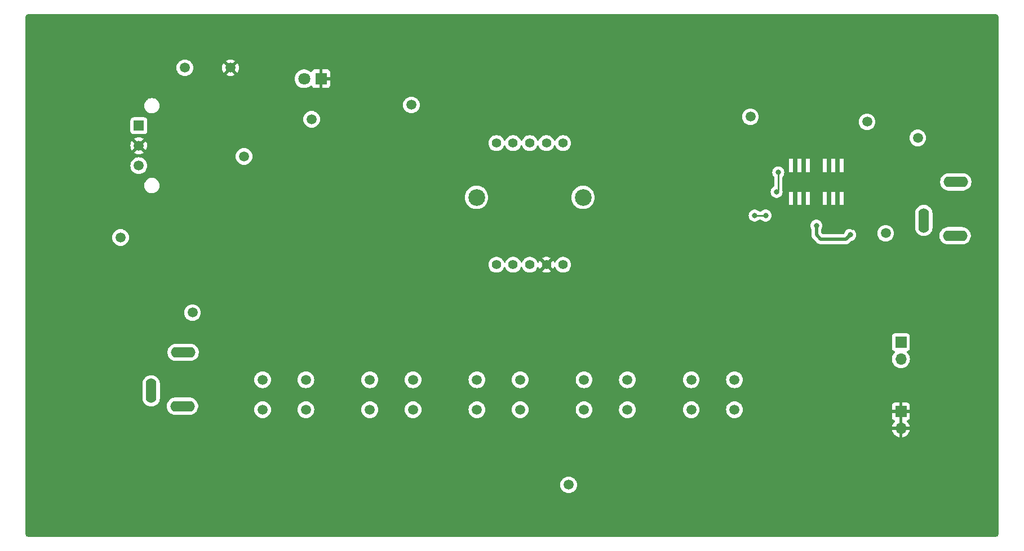
<source format=gbl>
%TF.GenerationSoftware,KiCad,Pcbnew,8.0.2*%
%TF.CreationDate,2024-05-21T21:06:14-07:00*%
%TF.ProjectId,voltage ref calibration tool,766f6c74-6167-4652-9072-65662063616c,rev?*%
%TF.SameCoordinates,Original*%
%TF.FileFunction,Copper,L2,Bot*%
%TF.FilePolarity,Positive*%
%FSLAX46Y46*%
G04 Gerber Fmt 4.6, Leading zero omitted, Abs format (unit mm)*
G04 Created by KiCad (PCBNEW 8.0.2) date 2024-05-21 21:06:14*
%MOMM*%
%LPD*%
G01*
G04 APERTURE LIST*
%TA.AperFunction,ComponentPad*%
%ADD10R,1.800000X1.800000*%
%TD*%
%TA.AperFunction,ComponentPad*%
%ADD11C,1.800000*%
%TD*%
%TA.AperFunction,ComponentPad*%
%ADD12C,1.500000*%
%TD*%
%TA.AperFunction,ComponentPad*%
%ADD13C,0.950000*%
%TD*%
%TA.AperFunction,ComponentPad*%
%ADD14C,6.400000*%
%TD*%
%TA.AperFunction,ComponentPad*%
%ADD15C,1.507998*%
%TD*%
%TA.AperFunction,ComponentPad*%
%ADD16R,1.520000X1.520000*%
%TD*%
%TA.AperFunction,ComponentPad*%
%ADD17C,1.520000*%
%TD*%
%TA.AperFunction,ComponentPad*%
%ADD18C,1.397000*%
%TD*%
%TA.AperFunction,ComponentPad*%
%ADD19C,2.514600*%
%TD*%
%TA.AperFunction,ComponentPad*%
%ADD20R,1.700000X1.700000*%
%TD*%
%TA.AperFunction,ComponentPad*%
%ADD21O,1.700000X1.700000*%
%TD*%
%TA.AperFunction,ComponentPad*%
%ADD22O,3.700000X1.600000*%
%TD*%
%TA.AperFunction,ComponentPad*%
%ADD23O,1.600000X3.700000*%
%TD*%
%TA.AperFunction,ViaPad*%
%ADD24C,0.800000*%
%TD*%
%TA.AperFunction,Conductor*%
%ADD25C,0.500000*%
%TD*%
%TA.AperFunction,Conductor*%
%ADD26C,0.250000*%
%TD*%
G04 APERTURE END LIST*
D10*
%TO.P,D3,1,K*%
%TO.N,GND*%
X81153000Y-43180000D03*
D11*
%TO.P,D3,2,A*%
%TO.N,Net-(D3-A)*%
X78613000Y-43180000D03*
%TD*%
D12*
%TO.P,TP8,1,1*%
%TO.N,GND*%
X67564000Y-41529000D03*
%TD*%
%TO.P,TP9,1,1*%
%TO.N,Vcc-*%
X51054000Y-67056000D03*
%TD*%
%TO.P,TP11,1,1*%
%TO.N,/OUT*%
X170815000Y-52070000D03*
%TD*%
D13*
%TO.P,H4,1,1*%
%TO.N,GND*%
X175178000Y-106887000D03*
X175880944Y-105189944D03*
X175880944Y-108584056D03*
X177578000Y-104487000D03*
D14*
X177578000Y-106887000D03*
D13*
X177578000Y-109287000D03*
X179275056Y-105189944D03*
X179275056Y-108584056D03*
X179978000Y-106887000D03*
%TD*%
D15*
%TO.P,SW2,1,1*%
%TO.N,/REF5V0B*%
X143279002Y-92964000D03*
X136779000Y-92964000D03*
%TO.P,SW2,2,2*%
%TO.N,/BTN5V*%
X143279002Y-88463999D03*
X136779000Y-88463999D03*
%TD*%
D16*
%TO.P,J2,1,1*%
%TO.N,Vcc+*%
X53793000Y-50243999D03*
D17*
%TO.P,J2,2,2*%
%TO.N,GND*%
X53793000Y-53243998D03*
%TO.P,J2,3,3*%
%TO.N,Vcc-*%
X53793000Y-56243997D03*
%TD*%
D18*
%TO.P,SW1,1,1*%
%TO.N,/OctaveSelect*%
X117522000Y-71153000D03*
%TO.P,SW1,2,2*%
%TO.N,GND*%
X115022000Y-71153000D03*
%TO.P,SW1,3,3*%
%TO.N,Net-(R10-Pad1)*%
X112522000Y-71153000D03*
%TO.P,SW1,4,4*%
%TO.N,Net-(R8-Pad2)*%
X110022000Y-71153000D03*
%TO.P,SW1,5,5*%
%TO.N,Net-(R7-Pad2)*%
X107522000Y-71153000D03*
%TO.P,SW1,6,6*%
%TO.N,Net-(R6-Pad2)*%
X107522000Y-52853001D03*
%TO.P,SW1,7,7*%
%TO.N,/REF5V0A*%
X110022000Y-52853001D03*
%TO.P,SW1,8,NC*%
%TO.N,unconnected-(SW1-NC-Pad8)*%
X112522000Y-52853001D03*
%TO.P,SW1,9,NC*%
%TO.N,unconnected-(SW1-NC-Pad9)*%
X115022000Y-52853001D03*
%TO.P,SW1,10,NC*%
%TO.N,unconnected-(SW1-NC-Pad10)*%
X117522000Y-52853001D03*
D19*
%TO.P,SW1,11,NC*%
%TO.N,unconnected-(SW1-NC-Pad11)*%
X120522002Y-61023068D03*
%TO.P,SW1,12,NC*%
%TO.N,unconnected-(SW1-NC-Pad12)*%
X104521998Y-61023068D03*
%TD*%
D12*
%TO.P,TP3,1,1*%
%TO.N,/REF6B*%
X69596000Y-54864000D03*
%TD*%
D20*
%TO.P,J4,1,Pin_1*%
%TO.N,/OUT*%
X168275000Y-82799000D03*
D21*
%TO.P,J4,2,Pin_2*%
X168275000Y-85339000D03*
%TD*%
D15*
%TO.P,SW4,1,1*%
%TO.N,Net-(R13-Pad2)*%
X111084502Y-92964000D03*
X104584500Y-92964000D03*
%TO.P,SW4,2,2*%
%TO.N,/BTN2V*%
X111084502Y-88463999D03*
X104584500Y-88463999D03*
%TD*%
%TO.P,SW6,1,1*%
%TO.N,/ALT_BUF*%
X78890002Y-92964000D03*
X72390000Y-92964000D03*
%TO.P,SW6,2,2*%
%TO.N,/BTN_ALT*%
X78890002Y-88463999D03*
X72390000Y-88463999D03*
%TD*%
D12*
%TO.P,TP2,1,1*%
%TO.N,/REF6A*%
X79756000Y-49276000D03*
%TD*%
%TO.P,TP7,1,1*%
%TO.N,Vcc+*%
X60706000Y-41529000D03*
%TD*%
D15*
%TO.P,SW3,1,1*%
%TO.N,Net-(R12-Pad2)*%
X127181752Y-92964000D03*
X120681750Y-92964000D03*
%TO.P,SW3,2,2*%
%TO.N,/BTN3V*%
X127181752Y-88463999D03*
X120681750Y-88463999D03*
%TD*%
D12*
%TO.P,TP4,1,1*%
%TO.N,/REF5V0A*%
X94742000Y-47117000D03*
%TD*%
%TO.P,TP1,1,1*%
%TO.N,/ALT_V_IN*%
X61849000Y-78359000D03*
%TD*%
%TO.P,TP10,1,1*%
%TO.N,/VSUM*%
X163195000Y-49657000D03*
%TD*%
D13*
%TO.P,H1,1,1*%
%TO.N,GND*%
X39383000Y-38608000D03*
X40085944Y-36910944D03*
X40085944Y-40305056D03*
X41783000Y-36208000D03*
D14*
X41783000Y-38608000D03*
D13*
X41783000Y-41008000D03*
X43480056Y-36910944D03*
X43480056Y-40305056D03*
X44183000Y-38608000D03*
%TD*%
D15*
%TO.P,SW5,1,1*%
%TO.N,Net-(R14-Pad2)*%
X94987252Y-92964000D03*
X88487250Y-92964000D03*
%TO.P,SW5,2,2*%
%TO.N,/BTN1V*%
X94987252Y-88463999D03*
X88487250Y-88463999D03*
%TD*%
D22*
%TO.P,J3,S*%
%TO.N,Net-(J3-PadS)*%
X176431061Y-66792899D03*
%TO.P,J3,T*%
%TO.N,/OUT*%
X176531137Y-58692900D03*
D23*
%TO.P,J3,TN*%
%TO.N,unconnected-(J3-PadTN)*%
X171731139Y-64492899D03*
%TD*%
D12*
%TO.P,TP12,1,1*%
%TO.N,/VINV*%
X165989000Y-66421000D03*
%TD*%
D20*
%TO.P,J5,1,Pin_1*%
%TO.N,GND*%
X168275000Y-93218000D03*
D21*
%TO.P,J5,2,Pin_2*%
X168275000Y-95758000D03*
%TD*%
D22*
%TO.P,J1,S*%
%TO.N,unconnected-(J1-PadS)*%
X60351924Y-92427999D03*
%TO.P,J1,T*%
%TO.N,/ALT_V_IN*%
X60452000Y-84328000D03*
D23*
%TO.P,J1,TN*%
%TO.N,Net-(J1-PadTN)*%
X55652002Y-90127999D03*
%TD*%
D12*
%TO.P,TP5,1,1*%
%TO.N,/REF5V0B*%
X118364000Y-104267000D03*
%TD*%
D13*
%TO.P,H3,1,1*%
%TO.N,GND*%
X39383000Y-106887000D03*
X40085944Y-105189944D03*
X40085944Y-108584056D03*
X41783000Y-104487000D03*
D14*
X41783000Y-106887000D03*
D13*
X41783000Y-109287000D03*
X43480056Y-105189944D03*
X43480056Y-108584056D03*
X44183000Y-106887000D03*
%TD*%
D12*
%TO.P,TP6,1,1*%
%TO.N,/OctaveSelect*%
X145669000Y-48895000D03*
%TD*%
D13*
%TO.P,H2,1,1*%
%TO.N,GND*%
X175178000Y-38608000D03*
X175880944Y-36910944D03*
X175880944Y-40305056D03*
X177578000Y-36208000D03*
D14*
X177578000Y-38608000D03*
D13*
X177578000Y-41008000D03*
X179275056Y-36910944D03*
X179275056Y-40305056D03*
X179978000Y-38608000D03*
%TD*%
D24*
%TO.N,GND*%
X143764000Y-73533000D03*
X55880000Y-73279000D03*
X153289000Y-66421000D03*
X61595000Y-101600000D03*
X53340000Y-106045000D03*
X96139000Y-82296000D03*
X83566000Y-90678000D03*
X122936000Y-105156000D03*
X156972000Y-76581000D03*
X150495000Y-43180000D03*
X147701000Y-60325000D03*
X176403000Y-76835000D03*
X57150000Y-39370000D03*
X170561000Y-58039000D03*
X155575000Y-58674000D03*
X115697000Y-90424000D03*
X119761000Y-53975000D03*
X107061000Y-66040000D03*
X151511000Y-76581000D03*
X49149000Y-42926000D03*
X99568000Y-90932000D03*
X83185000Y-80137000D03*
X166497000Y-58293000D03*
X154559000Y-76581000D03*
X69596000Y-64643000D03*
X112268000Y-84074000D03*
X56261000Y-43815000D03*
X105283000Y-70612000D03*
X131699000Y-91059000D03*
X88392000Y-74041000D03*
X65913000Y-60579000D03*
X47625000Y-81280000D03*
X103886000Y-100584000D03*
X145669000Y-65405000D03*
X98044000Y-73279000D03*
X58547000Y-62992000D03*
X96647000Y-67818000D03*
X83185000Y-43180000D03*
X107823000Y-50292000D03*
X76581000Y-102743000D03*
X152527000Y-51054000D03*
X73279000Y-77089000D03*
X74549000Y-67564000D03*
X168275000Y-38735000D03*
X109601000Y-72898000D03*
X94488000Y-100711000D03*
X148336000Y-87122000D03*
X146050000Y-56896000D03*
X42545000Y-50800000D03*
X154305000Y-106045000D03*
X72390000Y-38735000D03*
X79756000Y-58801000D03*
X157353000Y-47371000D03*
X41275000Y-94615000D03*
X162306000Y-79248000D03*
X108966000Y-104902000D03*
X51689000Y-86360000D03*
X148717000Y-64897000D03*
X127254000Y-85344000D03*
X152273000Y-63881000D03*
X159893000Y-76581000D03*
X62611000Y-52832000D03*
X89535000Y-51562000D03*
X161036000Y-65532000D03*
%TO.N,Vcc-*%
X155575000Y-65278000D03*
X160655000Y-66675000D03*
%TO.N,Net-(U1B--)*%
X149860000Y-57277000D03*
X149606000Y-60198000D03*
%TO.N,/ALT_BUF*%
X146304000Y-63754000D03*
X147955000Y-63754000D03*
%TD*%
D25*
%TO.N,Vcc-*%
X160020000Y-67310000D02*
X160655000Y-66675000D01*
X155575000Y-66675000D02*
X155575000Y-65278000D01*
X155575000Y-66675000D02*
X156210000Y-67310000D01*
X156210000Y-67310000D02*
X160020000Y-67310000D01*
D26*
%TO.N,Net-(U1B--)*%
X149606000Y-60198000D02*
X149860000Y-59944000D01*
X149860000Y-59944000D02*
X149860000Y-57277000D01*
%TO.N,/ALT_BUF*%
X146304000Y-63754000D02*
X147955000Y-63754000D01*
%TD*%
%TA.AperFunction,Conductor*%
%TO.N,GND*%
G36*
X168525000Y-95324988D02*
G01*
X168467993Y-95292075D01*
X168340826Y-95258000D01*
X168209174Y-95258000D01*
X168082007Y-95292075D01*
X168025000Y-95324988D01*
X168025000Y-93651012D01*
X168082007Y-93683925D01*
X168209174Y-93718000D01*
X168340826Y-93718000D01*
X168467993Y-93683925D01*
X168525000Y-93651012D01*
X168525000Y-95324988D01*
G37*
%TD.AperFunction*%
%TA.AperFunction,Conductor*%
G36*
X182378922Y-33421280D02*
G01*
X182390877Y-33422627D01*
X182495083Y-33434368D01*
X182522143Y-33440544D01*
X182625869Y-33476840D01*
X182650879Y-33488883D01*
X182656242Y-33492253D01*
X182743930Y-33547351D01*
X182765639Y-33564664D01*
X182843335Y-33642360D01*
X182860648Y-33664069D01*
X182919114Y-33757117D01*
X182931161Y-33782134D01*
X182967453Y-33885849D01*
X182973632Y-33912920D01*
X182986720Y-34029077D01*
X182987500Y-34042961D01*
X182987500Y-111499038D01*
X182986720Y-111512922D01*
X182973632Y-111629079D01*
X182967453Y-111656150D01*
X182931161Y-111759865D01*
X182919114Y-111784882D01*
X182860648Y-111877930D01*
X182843335Y-111899639D01*
X182765639Y-111977335D01*
X182743930Y-111994648D01*
X182650882Y-112053114D01*
X182625865Y-112065161D01*
X182522150Y-112101453D01*
X182495079Y-112107632D01*
X182378923Y-112120720D01*
X182365039Y-112121500D01*
X37344961Y-112121500D01*
X37331077Y-112120720D01*
X37214920Y-112107632D01*
X37187849Y-112101453D01*
X37084134Y-112065161D01*
X37059117Y-112053114D01*
X36966069Y-111994648D01*
X36944360Y-111977335D01*
X36866664Y-111899639D01*
X36849351Y-111877930D01*
X36790885Y-111784882D01*
X36778840Y-111759869D01*
X36742544Y-111656143D01*
X36736368Y-111629083D01*
X36723280Y-111512921D01*
X36722500Y-111499038D01*
X36722500Y-104266997D01*
X117108723Y-104266997D01*
X117108723Y-104267002D01*
X117127793Y-104484975D01*
X117127793Y-104484979D01*
X117184422Y-104696322D01*
X117184424Y-104696326D01*
X117184425Y-104696330D01*
X117230661Y-104795484D01*
X117276897Y-104894638D01*
X117276898Y-104894639D01*
X117402402Y-105073877D01*
X117557123Y-105228598D01*
X117736361Y-105354102D01*
X117934670Y-105446575D01*
X118146023Y-105503207D01*
X118328926Y-105519208D01*
X118363998Y-105522277D01*
X118364000Y-105522277D01*
X118364002Y-105522277D01*
X118392254Y-105519805D01*
X118581977Y-105503207D01*
X118793330Y-105446575D01*
X118991639Y-105354102D01*
X119170877Y-105228598D01*
X119325598Y-105073877D01*
X119451102Y-104894639D01*
X119543575Y-104696330D01*
X119600207Y-104484977D01*
X119619277Y-104267000D01*
X119600207Y-104049023D01*
X119543575Y-103837670D01*
X119451102Y-103639362D01*
X119451100Y-103639359D01*
X119451099Y-103639357D01*
X119325599Y-103460124D01*
X119325596Y-103460121D01*
X119170877Y-103305402D01*
X118991639Y-103179898D01*
X118991640Y-103179898D01*
X118991638Y-103179897D01*
X118892484Y-103133661D01*
X118793330Y-103087425D01*
X118793326Y-103087424D01*
X118793322Y-103087422D01*
X118581977Y-103030793D01*
X118364002Y-103011723D01*
X118363998Y-103011723D01*
X118218682Y-103024436D01*
X118146023Y-103030793D01*
X118146020Y-103030793D01*
X117934677Y-103087422D01*
X117934668Y-103087426D01*
X117736361Y-103179898D01*
X117736357Y-103179900D01*
X117557121Y-103305402D01*
X117402402Y-103460121D01*
X117276900Y-103639357D01*
X117276898Y-103639361D01*
X117184426Y-103837668D01*
X117184422Y-103837677D01*
X117127793Y-104049020D01*
X117127793Y-104049024D01*
X117108723Y-104266997D01*
X36722500Y-104266997D01*
X36722500Y-88975647D01*
X54351502Y-88975647D01*
X54351502Y-91280350D01*
X54383524Y-91482533D01*
X54446783Y-91677222D01*
X54539717Y-91859612D01*
X54660030Y-92025212D01*
X54804788Y-92169970D01*
X54959751Y-92282555D01*
X54970392Y-92290286D01*
X55086609Y-92349502D01*
X55152778Y-92383217D01*
X55152780Y-92383217D01*
X55152783Y-92383219D01*
X55257139Y-92417126D01*
X55347467Y-92446476D01*
X55448559Y-92462487D01*
X55549650Y-92478499D01*
X55549651Y-92478499D01*
X55754353Y-92478499D01*
X55754354Y-92478499D01*
X55956536Y-92446476D01*
X56151221Y-92383219D01*
X56264212Y-92325647D01*
X58001424Y-92325647D01*
X58001424Y-92530350D01*
X58033446Y-92732533D01*
X58096705Y-92927222D01*
X58189639Y-93109612D01*
X58309952Y-93275212D01*
X58454710Y-93419970D01*
X58599284Y-93525007D01*
X58620314Y-93540286D01*
X58725031Y-93593642D01*
X58802700Y-93633217D01*
X58802702Y-93633217D01*
X58802705Y-93633219D01*
X58907061Y-93667126D01*
X58997389Y-93696476D01*
X59098481Y-93712487D01*
X59199572Y-93728499D01*
X59199573Y-93728499D01*
X61504275Y-93728499D01*
X61504276Y-93728499D01*
X61706458Y-93696476D01*
X61901143Y-93633219D01*
X62083534Y-93540286D01*
X62183028Y-93468000D01*
X62249137Y-93419970D01*
X62249139Y-93419967D01*
X62249143Y-93419965D01*
X62393890Y-93275218D01*
X62393892Y-93275214D01*
X62393895Y-93275212D01*
X62461126Y-93182675D01*
X62514211Y-93109609D01*
X62588404Y-92963997D01*
X71130709Y-92963997D01*
X71130709Y-92964002D01*
X71147171Y-93152174D01*
X71149840Y-93182674D01*
X71206654Y-93394703D01*
X71206655Y-93394706D01*
X71206656Y-93394708D01*
X71299420Y-93593642D01*
X71299424Y-93593650D01*
X71425323Y-93773452D01*
X71425328Y-93773458D01*
X71580541Y-93928671D01*
X71580547Y-93928676D01*
X71760349Y-94054575D01*
X71760351Y-94054576D01*
X71760354Y-94054578D01*
X71959297Y-94147346D01*
X72171326Y-94204160D01*
X72327521Y-94217825D01*
X72389998Y-94223291D01*
X72390000Y-94223291D01*
X72390002Y-94223291D01*
X72444668Y-94218508D01*
X72608674Y-94204160D01*
X72820703Y-94147346D01*
X73019646Y-94054578D01*
X73199457Y-93928673D01*
X73354673Y-93773457D01*
X73480578Y-93593646D01*
X73573346Y-93394703D01*
X73630160Y-93182674D01*
X73649291Y-92964000D01*
X73649291Y-92963997D01*
X77630711Y-92963997D01*
X77630711Y-92964002D01*
X77647173Y-93152174D01*
X77649842Y-93182674D01*
X77706656Y-93394703D01*
X77706657Y-93394706D01*
X77706658Y-93394708D01*
X77799422Y-93593642D01*
X77799426Y-93593650D01*
X77925325Y-93773452D01*
X77925330Y-93773458D01*
X78080543Y-93928671D01*
X78080549Y-93928676D01*
X78260351Y-94054575D01*
X78260353Y-94054576D01*
X78260356Y-94054578D01*
X78459299Y-94147346D01*
X78671328Y-94204160D01*
X78827523Y-94217825D01*
X78890000Y-94223291D01*
X78890002Y-94223291D01*
X78890004Y-94223291D01*
X78944670Y-94218508D01*
X79108676Y-94204160D01*
X79320705Y-94147346D01*
X79519648Y-94054578D01*
X79699459Y-93928673D01*
X79854675Y-93773457D01*
X79980580Y-93593646D01*
X80073348Y-93394703D01*
X80130162Y-93182674D01*
X80149293Y-92964000D01*
X80149293Y-92963997D01*
X87227959Y-92963997D01*
X87227959Y-92964002D01*
X87244421Y-93152174D01*
X87247090Y-93182674D01*
X87303904Y-93394703D01*
X87303905Y-93394706D01*
X87303906Y-93394708D01*
X87396670Y-93593642D01*
X87396674Y-93593650D01*
X87522573Y-93773452D01*
X87522578Y-93773458D01*
X87677791Y-93928671D01*
X87677797Y-93928676D01*
X87857599Y-94054575D01*
X87857601Y-94054576D01*
X87857604Y-94054578D01*
X88056547Y-94147346D01*
X88268576Y-94204160D01*
X88424771Y-94217825D01*
X88487248Y-94223291D01*
X88487250Y-94223291D01*
X88487252Y-94223291D01*
X88541918Y-94218508D01*
X88705924Y-94204160D01*
X88917953Y-94147346D01*
X89116896Y-94054578D01*
X89296707Y-93928673D01*
X89451923Y-93773457D01*
X89577828Y-93593646D01*
X89670596Y-93394703D01*
X89727410Y-93182674D01*
X89746541Y-92964000D01*
X89746541Y-92963997D01*
X93727961Y-92963997D01*
X93727961Y-92964002D01*
X93744423Y-93152174D01*
X93747092Y-93182674D01*
X93803906Y-93394703D01*
X93803907Y-93394706D01*
X93803908Y-93394708D01*
X93896672Y-93593642D01*
X93896676Y-93593650D01*
X94022575Y-93773452D01*
X94022580Y-93773458D01*
X94177793Y-93928671D01*
X94177799Y-93928676D01*
X94357601Y-94054575D01*
X94357603Y-94054576D01*
X94357606Y-94054578D01*
X94556549Y-94147346D01*
X94768578Y-94204160D01*
X94924773Y-94217825D01*
X94987250Y-94223291D01*
X94987252Y-94223291D01*
X94987254Y-94223291D01*
X95041920Y-94218508D01*
X95205926Y-94204160D01*
X95417955Y-94147346D01*
X95616898Y-94054578D01*
X95796709Y-93928673D01*
X95951925Y-93773457D01*
X96077830Y-93593646D01*
X96170598Y-93394703D01*
X96227412Y-93182674D01*
X96246543Y-92964000D01*
X96246543Y-92963997D01*
X103325209Y-92963997D01*
X103325209Y-92964002D01*
X103341671Y-93152174D01*
X103344340Y-93182674D01*
X103401154Y-93394703D01*
X103401155Y-93394706D01*
X103401156Y-93394708D01*
X103493920Y-93593642D01*
X103493924Y-93593650D01*
X103619823Y-93773452D01*
X103619828Y-93773458D01*
X103775041Y-93928671D01*
X103775047Y-93928676D01*
X103954849Y-94054575D01*
X103954851Y-94054576D01*
X103954854Y-94054578D01*
X104153797Y-94147346D01*
X104365826Y-94204160D01*
X104522021Y-94217825D01*
X104584498Y-94223291D01*
X104584500Y-94223291D01*
X104584502Y-94223291D01*
X104639168Y-94218508D01*
X104803174Y-94204160D01*
X105015203Y-94147346D01*
X105214146Y-94054578D01*
X105393957Y-93928673D01*
X105549173Y-93773457D01*
X105675078Y-93593646D01*
X105767846Y-93394703D01*
X105824660Y-93182674D01*
X105843791Y-92964000D01*
X105843791Y-92963997D01*
X109825211Y-92963997D01*
X109825211Y-92964002D01*
X109841673Y-93152174D01*
X109844342Y-93182674D01*
X109901156Y-93394703D01*
X109901157Y-93394706D01*
X109901158Y-93394708D01*
X109993922Y-93593642D01*
X109993926Y-93593650D01*
X110119825Y-93773452D01*
X110119830Y-93773458D01*
X110275043Y-93928671D01*
X110275049Y-93928676D01*
X110454851Y-94054575D01*
X110454853Y-94054576D01*
X110454856Y-94054578D01*
X110653799Y-94147346D01*
X110865828Y-94204160D01*
X111022023Y-94217825D01*
X111084500Y-94223291D01*
X111084502Y-94223291D01*
X111084504Y-94223291D01*
X111139170Y-94218508D01*
X111303176Y-94204160D01*
X111515205Y-94147346D01*
X111714148Y-94054578D01*
X111893959Y-93928673D01*
X112049175Y-93773457D01*
X112175080Y-93593646D01*
X112267848Y-93394703D01*
X112324662Y-93182674D01*
X112343793Y-92964000D01*
X112343793Y-92963997D01*
X119422459Y-92963997D01*
X119422459Y-92964002D01*
X119438921Y-93152174D01*
X119441590Y-93182674D01*
X119498404Y-93394703D01*
X119498405Y-93394706D01*
X119498406Y-93394708D01*
X119591170Y-93593642D01*
X119591174Y-93593650D01*
X119717073Y-93773452D01*
X119717078Y-93773458D01*
X119872291Y-93928671D01*
X119872297Y-93928676D01*
X120052099Y-94054575D01*
X120052101Y-94054576D01*
X120052104Y-94054578D01*
X120251047Y-94147346D01*
X120463076Y-94204160D01*
X120619271Y-94217825D01*
X120681748Y-94223291D01*
X120681750Y-94223291D01*
X120681752Y-94223291D01*
X120736418Y-94218508D01*
X120900424Y-94204160D01*
X121112453Y-94147346D01*
X121311396Y-94054578D01*
X121491207Y-93928673D01*
X121646423Y-93773457D01*
X121772328Y-93593646D01*
X121865096Y-93394703D01*
X121921910Y-93182674D01*
X121941041Y-92964000D01*
X121941041Y-92963997D01*
X125922461Y-92963997D01*
X125922461Y-92964002D01*
X125938923Y-93152174D01*
X125941592Y-93182674D01*
X125998406Y-93394703D01*
X125998407Y-93394706D01*
X125998408Y-93394708D01*
X126091172Y-93593642D01*
X126091176Y-93593650D01*
X126217075Y-93773452D01*
X126217080Y-93773458D01*
X126372293Y-93928671D01*
X126372299Y-93928676D01*
X126552101Y-94054575D01*
X126552103Y-94054576D01*
X126552106Y-94054578D01*
X126751049Y-94147346D01*
X126963078Y-94204160D01*
X127119273Y-94217825D01*
X127181750Y-94223291D01*
X127181752Y-94223291D01*
X127181754Y-94223291D01*
X127236420Y-94218508D01*
X127400426Y-94204160D01*
X127612455Y-94147346D01*
X127811398Y-94054578D01*
X127991209Y-93928673D01*
X128146425Y-93773457D01*
X128272330Y-93593646D01*
X128365098Y-93394703D01*
X128421912Y-93182674D01*
X128441043Y-92964000D01*
X128441043Y-92963997D01*
X135519709Y-92963997D01*
X135519709Y-92964002D01*
X135536171Y-93152174D01*
X135538840Y-93182674D01*
X135595654Y-93394703D01*
X135595655Y-93394706D01*
X135595656Y-93394708D01*
X135688420Y-93593642D01*
X135688424Y-93593650D01*
X135814323Y-93773452D01*
X135814328Y-93773458D01*
X135969541Y-93928671D01*
X135969547Y-93928676D01*
X136149349Y-94054575D01*
X136149351Y-94054576D01*
X136149354Y-94054578D01*
X136348297Y-94147346D01*
X136560326Y-94204160D01*
X136716521Y-94217825D01*
X136778998Y-94223291D01*
X136779000Y-94223291D01*
X136779002Y-94223291D01*
X136833668Y-94218508D01*
X136997674Y-94204160D01*
X137209703Y-94147346D01*
X137408646Y-94054578D01*
X137588457Y-93928673D01*
X137743673Y-93773457D01*
X137869578Y-93593646D01*
X137962346Y-93394703D01*
X138019160Y-93182674D01*
X138038291Y-92964000D01*
X138038291Y-92963997D01*
X142019711Y-92963997D01*
X142019711Y-92964002D01*
X142036173Y-93152174D01*
X142038842Y-93182674D01*
X142095656Y-93394703D01*
X142095657Y-93394706D01*
X142095658Y-93394708D01*
X142188422Y-93593642D01*
X142188426Y-93593650D01*
X142314325Y-93773452D01*
X142314330Y-93773458D01*
X142469543Y-93928671D01*
X142469549Y-93928676D01*
X142649351Y-94054575D01*
X142649353Y-94054576D01*
X142649356Y-94054578D01*
X142848299Y-94147346D01*
X143060328Y-94204160D01*
X143216523Y-94217825D01*
X143279000Y-94223291D01*
X143279002Y-94223291D01*
X143279004Y-94223291D01*
X143333670Y-94218508D01*
X143497676Y-94204160D01*
X143709705Y-94147346D01*
X143908648Y-94054578D01*
X144088459Y-93928673D01*
X144243675Y-93773457D01*
X144369580Y-93593646D01*
X144462348Y-93394703D01*
X144519162Y-93182674D01*
X144538293Y-92964000D01*
X144535075Y-92927222D01*
X144519162Y-92745331D01*
X144519162Y-92745326D01*
X144462348Y-92533297D01*
X144369580Y-92334355D01*
X144359637Y-92320155D01*
X166925000Y-92320155D01*
X166925000Y-92968000D01*
X167841988Y-92968000D01*
X167809075Y-93025007D01*
X167775000Y-93152174D01*
X167775000Y-93283826D01*
X167809075Y-93410993D01*
X167841988Y-93468000D01*
X166925000Y-93468000D01*
X166925000Y-94115844D01*
X166931401Y-94175372D01*
X166931403Y-94175379D01*
X166981645Y-94310086D01*
X166981649Y-94310093D01*
X167067809Y-94425187D01*
X167067812Y-94425190D01*
X167182906Y-94511350D01*
X167182913Y-94511354D01*
X167314986Y-94560614D01*
X167370920Y-94602485D01*
X167395337Y-94667949D01*
X167380486Y-94736222D01*
X167359335Y-94764477D01*
X167236886Y-94886926D01*
X167101400Y-95080420D01*
X167101399Y-95080422D01*
X167001570Y-95294507D01*
X167001567Y-95294513D01*
X166944364Y-95507999D01*
X166944364Y-95508000D01*
X167841988Y-95508000D01*
X167809075Y-95565007D01*
X167775000Y-95692174D01*
X167775000Y-95823826D01*
X167809075Y-95950993D01*
X167841988Y-96008000D01*
X166944364Y-96008000D01*
X167001567Y-96221486D01*
X167001570Y-96221492D01*
X167101399Y-96435578D01*
X167236894Y-96629082D01*
X167403917Y-96796105D01*
X167597421Y-96931600D01*
X167811507Y-97031429D01*
X167811516Y-97031433D01*
X168025000Y-97088634D01*
X168025000Y-96191012D01*
X168082007Y-96223925D01*
X168209174Y-96258000D01*
X168340826Y-96258000D01*
X168467993Y-96223925D01*
X168525000Y-96191012D01*
X168525000Y-97088633D01*
X168738483Y-97031433D01*
X168738492Y-97031429D01*
X168952578Y-96931600D01*
X169146082Y-96796105D01*
X169313105Y-96629082D01*
X169448600Y-96435578D01*
X169548429Y-96221492D01*
X169548432Y-96221486D01*
X169605636Y-96008000D01*
X168708012Y-96008000D01*
X168740925Y-95950993D01*
X168775000Y-95823826D01*
X168775000Y-95692174D01*
X168740925Y-95565007D01*
X168708012Y-95508000D01*
X169605636Y-95508000D01*
X169605635Y-95507999D01*
X169548432Y-95294513D01*
X169548429Y-95294507D01*
X169448600Y-95080422D01*
X169448599Y-95080420D01*
X169313113Y-94886926D01*
X169313108Y-94886920D01*
X169190665Y-94764477D01*
X169157180Y-94703154D01*
X169162164Y-94633462D01*
X169204036Y-94577529D01*
X169235013Y-94560614D01*
X169367086Y-94511354D01*
X169367093Y-94511350D01*
X169482187Y-94425190D01*
X169482190Y-94425187D01*
X169568350Y-94310093D01*
X169568354Y-94310086D01*
X169618596Y-94175379D01*
X169618598Y-94175372D01*
X169624999Y-94115844D01*
X169625000Y-94115827D01*
X169625000Y-93468000D01*
X168708012Y-93468000D01*
X168740925Y-93410993D01*
X168775000Y-93283826D01*
X168775000Y-93152174D01*
X168740925Y-93025007D01*
X168708012Y-92968000D01*
X169625000Y-92968000D01*
X169625000Y-92320172D01*
X169624999Y-92320155D01*
X169618598Y-92260627D01*
X169618596Y-92260620D01*
X169568354Y-92125913D01*
X169568350Y-92125906D01*
X169482190Y-92010812D01*
X169482187Y-92010809D01*
X169367093Y-91924649D01*
X169367086Y-91924645D01*
X169232379Y-91874403D01*
X169232372Y-91874401D01*
X169172844Y-91868000D01*
X168525000Y-91868000D01*
X168525000Y-92784988D01*
X168467993Y-92752075D01*
X168340826Y-92718000D01*
X168209174Y-92718000D01*
X168082007Y-92752075D01*
X168025000Y-92784988D01*
X168025000Y-91868000D01*
X167377155Y-91868000D01*
X167317627Y-91874401D01*
X167317620Y-91874403D01*
X167182913Y-91924645D01*
X167182906Y-91924649D01*
X167067812Y-92010809D01*
X167067809Y-92010812D01*
X166981649Y-92125906D01*
X166981645Y-92125913D01*
X166931403Y-92260620D01*
X166931401Y-92260627D01*
X166925000Y-92320155D01*
X144359637Y-92320155D01*
X144243675Y-92154543D01*
X144088459Y-91999327D01*
X144088455Y-91999324D01*
X144088454Y-91999323D01*
X143908652Y-91873424D01*
X143908644Y-91873420D01*
X143709710Y-91780656D01*
X143709708Y-91780655D01*
X143709705Y-91780654D01*
X143558887Y-91740241D01*
X143497677Y-91723840D01*
X143497670Y-91723839D01*
X143279004Y-91704709D01*
X143279000Y-91704709D01*
X143060333Y-91723839D01*
X143060326Y-91723840D01*
X142848295Y-91780655D01*
X142649358Y-91873421D01*
X142649356Y-91873422D01*
X142469542Y-91999328D01*
X142314330Y-92154540D01*
X142188424Y-92334354D01*
X142188423Y-92334356D01*
X142095657Y-92533293D01*
X142038842Y-92745324D01*
X142038841Y-92745331D01*
X142019711Y-92963997D01*
X138038291Y-92963997D01*
X138035073Y-92927222D01*
X138019160Y-92745331D01*
X138019160Y-92745326D01*
X137962346Y-92533297D01*
X137869578Y-92334355D01*
X137743673Y-92154543D01*
X137588457Y-91999327D01*
X137588453Y-91999324D01*
X137588452Y-91999323D01*
X137408650Y-91873424D01*
X137408642Y-91873420D01*
X137209708Y-91780656D01*
X137209706Y-91780655D01*
X137209703Y-91780654D01*
X137058885Y-91740241D01*
X136997675Y-91723840D01*
X136997668Y-91723839D01*
X136779002Y-91704709D01*
X136778998Y-91704709D01*
X136560331Y-91723839D01*
X136560324Y-91723840D01*
X136348293Y-91780655D01*
X136149356Y-91873421D01*
X136149354Y-91873422D01*
X135969540Y-91999328D01*
X135814328Y-92154540D01*
X135688422Y-92334354D01*
X135688421Y-92334356D01*
X135595655Y-92533293D01*
X135538840Y-92745324D01*
X135538839Y-92745331D01*
X135519709Y-92963997D01*
X128441043Y-92963997D01*
X128437825Y-92927222D01*
X128421912Y-92745331D01*
X128421912Y-92745326D01*
X128365098Y-92533297D01*
X128272330Y-92334355D01*
X128146425Y-92154543D01*
X127991209Y-91999327D01*
X127991205Y-91999324D01*
X127991204Y-91999323D01*
X127811402Y-91873424D01*
X127811394Y-91873420D01*
X127612460Y-91780656D01*
X127612458Y-91780655D01*
X127612455Y-91780654D01*
X127461637Y-91740241D01*
X127400427Y-91723840D01*
X127400420Y-91723839D01*
X127181754Y-91704709D01*
X127181750Y-91704709D01*
X126963083Y-91723839D01*
X126963076Y-91723840D01*
X126751045Y-91780655D01*
X126552108Y-91873421D01*
X126552106Y-91873422D01*
X126372292Y-91999328D01*
X126217080Y-92154540D01*
X126091174Y-92334354D01*
X126091173Y-92334356D01*
X125998407Y-92533293D01*
X125941592Y-92745324D01*
X125941591Y-92745331D01*
X125922461Y-92963997D01*
X121941041Y-92963997D01*
X121937823Y-92927222D01*
X121921910Y-92745331D01*
X121921910Y-92745326D01*
X121865096Y-92533297D01*
X121772328Y-92334355D01*
X121646423Y-92154543D01*
X121491207Y-91999327D01*
X121491203Y-91999324D01*
X121491202Y-91999323D01*
X121311400Y-91873424D01*
X121311392Y-91873420D01*
X121112458Y-91780656D01*
X121112456Y-91780655D01*
X121112453Y-91780654D01*
X120961635Y-91740241D01*
X120900425Y-91723840D01*
X120900418Y-91723839D01*
X120681752Y-91704709D01*
X120681748Y-91704709D01*
X120463081Y-91723839D01*
X120463074Y-91723840D01*
X120251043Y-91780655D01*
X120052106Y-91873421D01*
X120052104Y-91873422D01*
X119872290Y-91999328D01*
X119717078Y-92154540D01*
X119591172Y-92334354D01*
X119591171Y-92334356D01*
X119498405Y-92533293D01*
X119441590Y-92745324D01*
X119441589Y-92745331D01*
X119422459Y-92963997D01*
X112343793Y-92963997D01*
X112340575Y-92927222D01*
X112324662Y-92745331D01*
X112324662Y-92745326D01*
X112267848Y-92533297D01*
X112175080Y-92334355D01*
X112049175Y-92154543D01*
X111893959Y-91999327D01*
X111893955Y-91999324D01*
X111893954Y-91999323D01*
X111714152Y-91873424D01*
X111714144Y-91873420D01*
X111515210Y-91780656D01*
X111515208Y-91780655D01*
X111515205Y-91780654D01*
X111364387Y-91740241D01*
X111303177Y-91723840D01*
X111303170Y-91723839D01*
X111084504Y-91704709D01*
X111084500Y-91704709D01*
X110865833Y-91723839D01*
X110865826Y-91723840D01*
X110653795Y-91780655D01*
X110454858Y-91873421D01*
X110454856Y-91873422D01*
X110275042Y-91999328D01*
X110119830Y-92154540D01*
X109993924Y-92334354D01*
X109993923Y-92334356D01*
X109901157Y-92533293D01*
X109844342Y-92745324D01*
X109844341Y-92745331D01*
X109825211Y-92963997D01*
X105843791Y-92963997D01*
X105840573Y-92927222D01*
X105824660Y-92745331D01*
X105824660Y-92745326D01*
X105767846Y-92533297D01*
X105675078Y-92334355D01*
X105549173Y-92154543D01*
X105393957Y-91999327D01*
X105393953Y-91999324D01*
X105393952Y-91999323D01*
X105214150Y-91873424D01*
X105214142Y-91873420D01*
X105015208Y-91780656D01*
X105015206Y-91780655D01*
X105015203Y-91780654D01*
X104864385Y-91740241D01*
X104803175Y-91723840D01*
X104803168Y-91723839D01*
X104584502Y-91704709D01*
X104584498Y-91704709D01*
X104365831Y-91723839D01*
X104365824Y-91723840D01*
X104153793Y-91780655D01*
X103954856Y-91873421D01*
X103954854Y-91873422D01*
X103775040Y-91999328D01*
X103619828Y-92154540D01*
X103493922Y-92334354D01*
X103493921Y-92334356D01*
X103401155Y-92533293D01*
X103344340Y-92745324D01*
X103344339Y-92745331D01*
X103325209Y-92963997D01*
X96246543Y-92963997D01*
X96243325Y-92927222D01*
X96227412Y-92745331D01*
X96227412Y-92745326D01*
X96170598Y-92533297D01*
X96077830Y-92334355D01*
X95951925Y-92154543D01*
X95796709Y-91999327D01*
X95796705Y-91999324D01*
X95796704Y-91999323D01*
X95616902Y-91873424D01*
X95616894Y-91873420D01*
X95417960Y-91780656D01*
X95417958Y-91780655D01*
X95417955Y-91780654D01*
X95267137Y-91740241D01*
X95205927Y-91723840D01*
X95205920Y-91723839D01*
X94987254Y-91704709D01*
X94987250Y-91704709D01*
X94768583Y-91723839D01*
X94768576Y-91723840D01*
X94556545Y-91780655D01*
X94357608Y-91873421D01*
X94357606Y-91873422D01*
X94177792Y-91999328D01*
X94022580Y-92154540D01*
X93896674Y-92334354D01*
X93896673Y-92334356D01*
X93803907Y-92533293D01*
X93747092Y-92745324D01*
X93747091Y-92745331D01*
X93727961Y-92963997D01*
X89746541Y-92963997D01*
X89743323Y-92927222D01*
X89727410Y-92745331D01*
X89727410Y-92745326D01*
X89670596Y-92533297D01*
X89577828Y-92334355D01*
X89451923Y-92154543D01*
X89296707Y-91999327D01*
X89296703Y-91999324D01*
X89296702Y-91999323D01*
X89116900Y-91873424D01*
X89116892Y-91873420D01*
X88917958Y-91780656D01*
X88917956Y-91780655D01*
X88917953Y-91780654D01*
X88767135Y-91740241D01*
X88705925Y-91723840D01*
X88705918Y-91723839D01*
X88487252Y-91704709D01*
X88487248Y-91704709D01*
X88268581Y-91723839D01*
X88268574Y-91723840D01*
X88056543Y-91780655D01*
X87857606Y-91873421D01*
X87857604Y-91873422D01*
X87677790Y-91999328D01*
X87522578Y-92154540D01*
X87396672Y-92334354D01*
X87396671Y-92334356D01*
X87303905Y-92533293D01*
X87247090Y-92745324D01*
X87247089Y-92745331D01*
X87227959Y-92963997D01*
X80149293Y-92963997D01*
X80146075Y-92927222D01*
X80130162Y-92745331D01*
X80130162Y-92745326D01*
X80073348Y-92533297D01*
X79980580Y-92334355D01*
X79854675Y-92154543D01*
X79699459Y-91999327D01*
X79699455Y-91999324D01*
X79699454Y-91999323D01*
X79519652Y-91873424D01*
X79519644Y-91873420D01*
X79320710Y-91780656D01*
X79320708Y-91780655D01*
X79320705Y-91780654D01*
X79169887Y-91740241D01*
X79108677Y-91723840D01*
X79108670Y-91723839D01*
X78890004Y-91704709D01*
X78890000Y-91704709D01*
X78671333Y-91723839D01*
X78671326Y-91723840D01*
X78459295Y-91780655D01*
X78260358Y-91873421D01*
X78260356Y-91873422D01*
X78080542Y-91999328D01*
X77925330Y-92154540D01*
X77799424Y-92334354D01*
X77799423Y-92334356D01*
X77706657Y-92533293D01*
X77649842Y-92745324D01*
X77649841Y-92745331D01*
X77630711Y-92963997D01*
X73649291Y-92963997D01*
X73646073Y-92927222D01*
X73630160Y-92745331D01*
X73630160Y-92745326D01*
X73573346Y-92533297D01*
X73480578Y-92334355D01*
X73354673Y-92154543D01*
X73199457Y-91999327D01*
X73199453Y-91999324D01*
X73199452Y-91999323D01*
X73019650Y-91873424D01*
X73019642Y-91873420D01*
X72820708Y-91780656D01*
X72820706Y-91780655D01*
X72820703Y-91780654D01*
X72669885Y-91740241D01*
X72608675Y-91723840D01*
X72608668Y-91723839D01*
X72390002Y-91704709D01*
X72389998Y-91704709D01*
X72171331Y-91723839D01*
X72171324Y-91723840D01*
X71959293Y-91780655D01*
X71760356Y-91873421D01*
X71760354Y-91873422D01*
X71580540Y-91999328D01*
X71425328Y-92154540D01*
X71299422Y-92334354D01*
X71299421Y-92334356D01*
X71206655Y-92533293D01*
X71149840Y-92745324D01*
X71149839Y-92745331D01*
X71130709Y-92963997D01*
X62588404Y-92963997D01*
X62607144Y-92927218D01*
X62670401Y-92732533D01*
X62702424Y-92530351D01*
X62702424Y-92325647D01*
X62670401Y-92123465D01*
X62607144Y-91928780D01*
X62607142Y-91928777D01*
X62607142Y-91928775D01*
X62571900Y-91859609D01*
X62514211Y-91746389D01*
X62463956Y-91677218D01*
X62393895Y-91580785D01*
X62249137Y-91436027D01*
X62083537Y-91315714D01*
X62083536Y-91315713D01*
X62083534Y-91315712D01*
X62014132Y-91280350D01*
X61901147Y-91222780D01*
X61706458Y-91159521D01*
X61531919Y-91131877D01*
X61504276Y-91127499D01*
X59199572Y-91127499D01*
X59175253Y-91131350D01*
X58997389Y-91159521D01*
X58802700Y-91222780D01*
X58620310Y-91315714D01*
X58454710Y-91436027D01*
X58309952Y-91580785D01*
X58189639Y-91746385D01*
X58096705Y-91928775D01*
X58033446Y-92123464D01*
X58001424Y-92325647D01*
X56264212Y-92325647D01*
X56333612Y-92290286D01*
X56426592Y-92222731D01*
X56499215Y-92169970D01*
X56499217Y-92169967D01*
X56499221Y-92169965D01*
X56643968Y-92025218D01*
X56643970Y-92025214D01*
X56643973Y-92025212D01*
X56717038Y-91924645D01*
X56764289Y-91859609D01*
X56857222Y-91677218D01*
X56920479Y-91482533D01*
X56952502Y-91280351D01*
X56952502Y-88975647D01*
X56920479Y-88773465D01*
X56857222Y-88578780D01*
X56857220Y-88578777D01*
X56857220Y-88578775D01*
X56798738Y-88463999D01*
X56798736Y-88463996D01*
X71130709Y-88463996D01*
X71130709Y-88464001D01*
X71140750Y-88578780D01*
X71149840Y-88682673D01*
X71206654Y-88894702D01*
X71206655Y-88894705D01*
X71206656Y-88894707D01*
X71299420Y-89093641D01*
X71299424Y-89093649D01*
X71425323Y-89273451D01*
X71425328Y-89273457D01*
X71580541Y-89428670D01*
X71580547Y-89428675D01*
X71760349Y-89554574D01*
X71760351Y-89554575D01*
X71760354Y-89554577D01*
X71959297Y-89647345D01*
X72171326Y-89704159D01*
X72327521Y-89717824D01*
X72389998Y-89723290D01*
X72390000Y-89723290D01*
X72390002Y-89723290D01*
X72444668Y-89718507D01*
X72608674Y-89704159D01*
X72820703Y-89647345D01*
X73019646Y-89554577D01*
X73199457Y-89428672D01*
X73354673Y-89273456D01*
X73480578Y-89093645D01*
X73573346Y-88894702D01*
X73630160Y-88682673D01*
X73649291Y-88463999D01*
X73649291Y-88463996D01*
X77630711Y-88463996D01*
X77630711Y-88464001D01*
X77640752Y-88578780D01*
X77649842Y-88682673D01*
X77706656Y-88894702D01*
X77706657Y-88894705D01*
X77706658Y-88894707D01*
X77799422Y-89093641D01*
X77799426Y-89093649D01*
X77925325Y-89273451D01*
X77925330Y-89273457D01*
X78080543Y-89428670D01*
X78080549Y-89428675D01*
X78260351Y-89554574D01*
X78260353Y-89554575D01*
X78260356Y-89554577D01*
X78459299Y-89647345D01*
X78671328Y-89704159D01*
X78827523Y-89717824D01*
X78890000Y-89723290D01*
X78890002Y-89723290D01*
X78890004Y-89723290D01*
X78944670Y-89718507D01*
X79108676Y-89704159D01*
X79320705Y-89647345D01*
X79519648Y-89554577D01*
X79699459Y-89428672D01*
X79854675Y-89273456D01*
X79980580Y-89093645D01*
X80073348Y-88894702D01*
X80130162Y-88682673D01*
X80149293Y-88463999D01*
X80149293Y-88463996D01*
X87227959Y-88463996D01*
X87227959Y-88464001D01*
X87238000Y-88578780D01*
X87247090Y-88682673D01*
X87303904Y-88894702D01*
X87303905Y-88894705D01*
X87303906Y-88894707D01*
X87396670Y-89093641D01*
X87396674Y-89093649D01*
X87522573Y-89273451D01*
X87522578Y-89273457D01*
X87677791Y-89428670D01*
X87677797Y-89428675D01*
X87857599Y-89554574D01*
X87857601Y-89554575D01*
X87857604Y-89554577D01*
X88056547Y-89647345D01*
X88268576Y-89704159D01*
X88424771Y-89717824D01*
X88487248Y-89723290D01*
X88487250Y-89723290D01*
X88487252Y-89723290D01*
X88541918Y-89718507D01*
X88705924Y-89704159D01*
X88917953Y-89647345D01*
X89116896Y-89554577D01*
X89296707Y-89428672D01*
X89451923Y-89273456D01*
X89577828Y-89093645D01*
X89670596Y-88894702D01*
X89727410Y-88682673D01*
X89746541Y-88463999D01*
X89746541Y-88463996D01*
X93727961Y-88463996D01*
X93727961Y-88464001D01*
X93738002Y-88578780D01*
X93747092Y-88682673D01*
X93803906Y-88894702D01*
X93803907Y-88894705D01*
X93803908Y-88894707D01*
X93896672Y-89093641D01*
X93896676Y-89093649D01*
X94022575Y-89273451D01*
X94022580Y-89273457D01*
X94177793Y-89428670D01*
X94177799Y-89428675D01*
X94357601Y-89554574D01*
X94357603Y-89554575D01*
X94357606Y-89554577D01*
X94556549Y-89647345D01*
X94768578Y-89704159D01*
X94924773Y-89717824D01*
X94987250Y-89723290D01*
X94987252Y-89723290D01*
X94987254Y-89723290D01*
X95041920Y-89718507D01*
X95205926Y-89704159D01*
X95417955Y-89647345D01*
X95616898Y-89554577D01*
X95796709Y-89428672D01*
X95951925Y-89273456D01*
X96077830Y-89093645D01*
X96170598Y-88894702D01*
X96227412Y-88682673D01*
X96246543Y-88463999D01*
X96246543Y-88463996D01*
X103325209Y-88463996D01*
X103325209Y-88464001D01*
X103335250Y-88578780D01*
X103344340Y-88682673D01*
X103401154Y-88894702D01*
X103401155Y-88894705D01*
X103401156Y-88894707D01*
X103493920Y-89093641D01*
X103493924Y-89093649D01*
X103619823Y-89273451D01*
X103619828Y-89273457D01*
X103775041Y-89428670D01*
X103775047Y-89428675D01*
X103954849Y-89554574D01*
X103954851Y-89554575D01*
X103954854Y-89554577D01*
X104153797Y-89647345D01*
X104365826Y-89704159D01*
X104522021Y-89717824D01*
X104584498Y-89723290D01*
X104584500Y-89723290D01*
X104584502Y-89723290D01*
X104639168Y-89718507D01*
X104803174Y-89704159D01*
X105015203Y-89647345D01*
X105214146Y-89554577D01*
X105393957Y-89428672D01*
X105549173Y-89273456D01*
X105675078Y-89093645D01*
X105767846Y-88894702D01*
X105824660Y-88682673D01*
X105843791Y-88463999D01*
X105843791Y-88463996D01*
X109825211Y-88463996D01*
X109825211Y-88464001D01*
X109835252Y-88578780D01*
X109844342Y-88682673D01*
X109901156Y-88894702D01*
X109901157Y-88894705D01*
X109901158Y-88894707D01*
X109993922Y-89093641D01*
X109993926Y-89093649D01*
X110119825Y-89273451D01*
X110119830Y-89273457D01*
X110275043Y-89428670D01*
X110275049Y-89428675D01*
X110454851Y-89554574D01*
X110454853Y-89554575D01*
X110454856Y-89554577D01*
X110653799Y-89647345D01*
X110865828Y-89704159D01*
X111022023Y-89717824D01*
X111084500Y-89723290D01*
X111084502Y-89723290D01*
X111084504Y-89723290D01*
X111139170Y-89718507D01*
X111303176Y-89704159D01*
X111515205Y-89647345D01*
X111714148Y-89554577D01*
X111893959Y-89428672D01*
X112049175Y-89273456D01*
X112175080Y-89093645D01*
X112267848Y-88894702D01*
X112324662Y-88682673D01*
X112343793Y-88463999D01*
X112343793Y-88463996D01*
X119422459Y-88463996D01*
X119422459Y-88464001D01*
X119432500Y-88578780D01*
X119441590Y-88682673D01*
X119498404Y-88894702D01*
X119498405Y-88894705D01*
X119498406Y-88894707D01*
X119591170Y-89093641D01*
X119591174Y-89093649D01*
X119717073Y-89273451D01*
X119717078Y-89273457D01*
X119872291Y-89428670D01*
X119872297Y-89428675D01*
X120052099Y-89554574D01*
X120052101Y-89554575D01*
X120052104Y-89554577D01*
X120251047Y-89647345D01*
X120463076Y-89704159D01*
X120619271Y-89717824D01*
X120681748Y-89723290D01*
X120681750Y-89723290D01*
X120681752Y-89723290D01*
X120736418Y-89718507D01*
X120900424Y-89704159D01*
X121112453Y-89647345D01*
X121311396Y-89554577D01*
X121491207Y-89428672D01*
X121646423Y-89273456D01*
X121772328Y-89093645D01*
X121865096Y-88894702D01*
X121921910Y-88682673D01*
X121941041Y-88463999D01*
X121941041Y-88463996D01*
X125922461Y-88463996D01*
X125922461Y-88464001D01*
X125932502Y-88578780D01*
X125941592Y-88682673D01*
X125998406Y-88894702D01*
X125998407Y-88894705D01*
X125998408Y-88894707D01*
X126091172Y-89093641D01*
X126091176Y-89093649D01*
X126217075Y-89273451D01*
X126217080Y-89273457D01*
X126372293Y-89428670D01*
X126372299Y-89428675D01*
X126552101Y-89554574D01*
X126552103Y-89554575D01*
X126552106Y-89554577D01*
X126751049Y-89647345D01*
X126963078Y-89704159D01*
X127119273Y-89717824D01*
X127181750Y-89723290D01*
X127181752Y-89723290D01*
X127181754Y-89723290D01*
X127236420Y-89718507D01*
X127400426Y-89704159D01*
X127612455Y-89647345D01*
X127811398Y-89554577D01*
X127991209Y-89428672D01*
X128146425Y-89273456D01*
X128272330Y-89093645D01*
X128365098Y-88894702D01*
X128421912Y-88682673D01*
X128441043Y-88463999D01*
X128441043Y-88463996D01*
X135519709Y-88463996D01*
X135519709Y-88464001D01*
X135529750Y-88578780D01*
X135538840Y-88682673D01*
X135595654Y-88894702D01*
X135595655Y-88894705D01*
X135595656Y-88894707D01*
X135688420Y-89093641D01*
X135688424Y-89093649D01*
X135814323Y-89273451D01*
X135814328Y-89273457D01*
X135969541Y-89428670D01*
X135969547Y-89428675D01*
X136149349Y-89554574D01*
X136149351Y-89554575D01*
X136149354Y-89554577D01*
X136348297Y-89647345D01*
X136560326Y-89704159D01*
X136716521Y-89717824D01*
X136778998Y-89723290D01*
X136779000Y-89723290D01*
X136779002Y-89723290D01*
X136833668Y-89718507D01*
X136997674Y-89704159D01*
X137209703Y-89647345D01*
X137408646Y-89554577D01*
X137588457Y-89428672D01*
X137743673Y-89273456D01*
X137869578Y-89093645D01*
X137962346Y-88894702D01*
X138019160Y-88682673D01*
X138038291Y-88463999D01*
X138038291Y-88463996D01*
X142019711Y-88463996D01*
X142019711Y-88464001D01*
X142029752Y-88578780D01*
X142038842Y-88682673D01*
X142095656Y-88894702D01*
X142095657Y-88894705D01*
X142095658Y-88894707D01*
X142188422Y-89093641D01*
X142188426Y-89093649D01*
X142314325Y-89273451D01*
X142314330Y-89273457D01*
X142469543Y-89428670D01*
X142469549Y-89428675D01*
X142649351Y-89554574D01*
X142649353Y-89554575D01*
X142649356Y-89554577D01*
X142848299Y-89647345D01*
X143060328Y-89704159D01*
X143216523Y-89717824D01*
X143279000Y-89723290D01*
X143279002Y-89723290D01*
X143279004Y-89723290D01*
X143333670Y-89718507D01*
X143497676Y-89704159D01*
X143709705Y-89647345D01*
X143908648Y-89554577D01*
X144088459Y-89428672D01*
X144243675Y-89273456D01*
X144369580Y-89093645D01*
X144462348Y-88894702D01*
X144519162Y-88682673D01*
X144538293Y-88463999D01*
X144519162Y-88245325D01*
X144462348Y-88033296D01*
X144369580Y-87834354D01*
X144243675Y-87654542D01*
X144088459Y-87499326D01*
X144088455Y-87499323D01*
X144088454Y-87499322D01*
X143908652Y-87373423D01*
X143908644Y-87373419D01*
X143709710Y-87280655D01*
X143709708Y-87280654D01*
X143709705Y-87280653D01*
X143558887Y-87240240D01*
X143497677Y-87223839D01*
X143497670Y-87223838D01*
X143279004Y-87204708D01*
X143279000Y-87204708D01*
X143060333Y-87223838D01*
X143060326Y-87223839D01*
X142848295Y-87280654D01*
X142649358Y-87373420D01*
X142649356Y-87373421D01*
X142469542Y-87499327D01*
X142314330Y-87654539D01*
X142188424Y-87834353D01*
X142188423Y-87834355D01*
X142095657Y-88033292D01*
X142038842Y-88245323D01*
X142038841Y-88245330D01*
X142019711Y-88463996D01*
X138038291Y-88463996D01*
X138019160Y-88245325D01*
X137962346Y-88033296D01*
X137869578Y-87834354D01*
X137743673Y-87654542D01*
X137588457Y-87499326D01*
X137588453Y-87499323D01*
X137588452Y-87499322D01*
X137408650Y-87373423D01*
X137408642Y-87373419D01*
X137209708Y-87280655D01*
X137209706Y-87280654D01*
X137209703Y-87280653D01*
X137058885Y-87240240D01*
X136997675Y-87223839D01*
X136997668Y-87223838D01*
X136779002Y-87204708D01*
X136778998Y-87204708D01*
X136560331Y-87223838D01*
X136560324Y-87223839D01*
X136348293Y-87280654D01*
X136149356Y-87373420D01*
X136149354Y-87373421D01*
X135969540Y-87499327D01*
X135814328Y-87654539D01*
X135688422Y-87834353D01*
X135688421Y-87834355D01*
X135595655Y-88033292D01*
X135538840Y-88245323D01*
X135538839Y-88245330D01*
X135519709Y-88463996D01*
X128441043Y-88463996D01*
X128421912Y-88245325D01*
X128365098Y-88033296D01*
X128272330Y-87834354D01*
X128146425Y-87654542D01*
X127991209Y-87499326D01*
X127991205Y-87499323D01*
X127991204Y-87499322D01*
X127811402Y-87373423D01*
X127811394Y-87373419D01*
X127612460Y-87280655D01*
X127612458Y-87280654D01*
X127612455Y-87280653D01*
X127461637Y-87240240D01*
X127400427Y-87223839D01*
X127400420Y-87223838D01*
X127181754Y-87204708D01*
X127181750Y-87204708D01*
X126963083Y-87223838D01*
X126963076Y-87223839D01*
X126751045Y-87280654D01*
X126552108Y-87373420D01*
X126552106Y-87373421D01*
X126372292Y-87499327D01*
X126217080Y-87654539D01*
X126091174Y-87834353D01*
X126091173Y-87834355D01*
X125998407Y-88033292D01*
X125941592Y-88245323D01*
X125941591Y-88245330D01*
X125922461Y-88463996D01*
X121941041Y-88463996D01*
X121921910Y-88245325D01*
X121865096Y-88033296D01*
X121772328Y-87834354D01*
X121646423Y-87654542D01*
X121491207Y-87499326D01*
X121491203Y-87499323D01*
X121491202Y-87499322D01*
X121311400Y-87373423D01*
X121311392Y-87373419D01*
X121112458Y-87280655D01*
X121112456Y-87280654D01*
X121112453Y-87280653D01*
X120961635Y-87240240D01*
X120900425Y-87223839D01*
X120900418Y-87223838D01*
X120681752Y-87204708D01*
X120681748Y-87204708D01*
X120463081Y-87223838D01*
X120463074Y-87223839D01*
X120251043Y-87280654D01*
X120052106Y-87373420D01*
X120052104Y-87373421D01*
X119872290Y-87499327D01*
X119717078Y-87654539D01*
X119591172Y-87834353D01*
X119591171Y-87834355D01*
X119498405Y-88033292D01*
X119441590Y-88245323D01*
X119441589Y-88245330D01*
X119422459Y-88463996D01*
X112343793Y-88463996D01*
X112324662Y-88245325D01*
X112267848Y-88033296D01*
X112175080Y-87834354D01*
X112049175Y-87654542D01*
X111893959Y-87499326D01*
X111893955Y-87499323D01*
X111893954Y-87499322D01*
X111714152Y-87373423D01*
X111714144Y-87373419D01*
X111515210Y-87280655D01*
X111515208Y-87280654D01*
X111515205Y-87280653D01*
X111364387Y-87240240D01*
X111303177Y-87223839D01*
X111303170Y-87223838D01*
X111084504Y-87204708D01*
X111084500Y-87204708D01*
X110865833Y-87223838D01*
X110865826Y-87223839D01*
X110653795Y-87280654D01*
X110454858Y-87373420D01*
X110454856Y-87373421D01*
X110275042Y-87499327D01*
X110119830Y-87654539D01*
X109993924Y-87834353D01*
X109993923Y-87834355D01*
X109901157Y-88033292D01*
X109844342Y-88245323D01*
X109844341Y-88245330D01*
X109825211Y-88463996D01*
X105843791Y-88463996D01*
X105824660Y-88245325D01*
X105767846Y-88033296D01*
X105675078Y-87834354D01*
X105549173Y-87654542D01*
X105393957Y-87499326D01*
X105393953Y-87499323D01*
X105393952Y-87499322D01*
X105214150Y-87373423D01*
X105214142Y-87373419D01*
X105015208Y-87280655D01*
X105015206Y-87280654D01*
X105015203Y-87280653D01*
X104864385Y-87240240D01*
X104803175Y-87223839D01*
X104803168Y-87223838D01*
X104584502Y-87204708D01*
X104584498Y-87204708D01*
X104365831Y-87223838D01*
X104365824Y-87223839D01*
X104153793Y-87280654D01*
X103954856Y-87373420D01*
X103954854Y-87373421D01*
X103775040Y-87499327D01*
X103619828Y-87654539D01*
X103493922Y-87834353D01*
X103493921Y-87834355D01*
X103401155Y-88033292D01*
X103344340Y-88245323D01*
X103344339Y-88245330D01*
X103325209Y-88463996D01*
X96246543Y-88463996D01*
X96227412Y-88245325D01*
X96170598Y-88033296D01*
X96077830Y-87834354D01*
X95951925Y-87654542D01*
X95796709Y-87499326D01*
X95796705Y-87499323D01*
X95796704Y-87499322D01*
X95616902Y-87373423D01*
X95616894Y-87373419D01*
X95417960Y-87280655D01*
X95417958Y-87280654D01*
X95417955Y-87280653D01*
X95267137Y-87240240D01*
X95205927Y-87223839D01*
X95205920Y-87223838D01*
X94987254Y-87204708D01*
X94987250Y-87204708D01*
X94768583Y-87223838D01*
X94768576Y-87223839D01*
X94556545Y-87280654D01*
X94357608Y-87373420D01*
X94357606Y-87373421D01*
X94177792Y-87499327D01*
X94022580Y-87654539D01*
X93896674Y-87834353D01*
X93896673Y-87834355D01*
X93803907Y-88033292D01*
X93747092Y-88245323D01*
X93747091Y-88245330D01*
X93727961Y-88463996D01*
X89746541Y-88463996D01*
X89727410Y-88245325D01*
X89670596Y-88033296D01*
X89577828Y-87834354D01*
X89451923Y-87654542D01*
X89296707Y-87499326D01*
X89296703Y-87499323D01*
X89296702Y-87499322D01*
X89116900Y-87373423D01*
X89116892Y-87373419D01*
X88917958Y-87280655D01*
X88917956Y-87280654D01*
X88917953Y-87280653D01*
X88767135Y-87240240D01*
X88705925Y-87223839D01*
X88705918Y-87223838D01*
X88487252Y-87204708D01*
X88487248Y-87204708D01*
X88268581Y-87223838D01*
X88268574Y-87223839D01*
X88056543Y-87280654D01*
X87857606Y-87373420D01*
X87857604Y-87373421D01*
X87677790Y-87499327D01*
X87522578Y-87654539D01*
X87396672Y-87834353D01*
X87396671Y-87834355D01*
X87303905Y-88033292D01*
X87247090Y-88245323D01*
X87247089Y-88245330D01*
X87227959Y-88463996D01*
X80149293Y-88463996D01*
X80130162Y-88245325D01*
X80073348Y-88033296D01*
X79980580Y-87834354D01*
X79854675Y-87654542D01*
X79699459Y-87499326D01*
X79699455Y-87499323D01*
X79699454Y-87499322D01*
X79519652Y-87373423D01*
X79519644Y-87373419D01*
X79320710Y-87280655D01*
X79320708Y-87280654D01*
X79320705Y-87280653D01*
X79169887Y-87240240D01*
X79108677Y-87223839D01*
X79108670Y-87223838D01*
X78890004Y-87204708D01*
X78890000Y-87204708D01*
X78671333Y-87223838D01*
X78671326Y-87223839D01*
X78459295Y-87280654D01*
X78260358Y-87373420D01*
X78260356Y-87373421D01*
X78080542Y-87499327D01*
X77925330Y-87654539D01*
X77799424Y-87834353D01*
X77799423Y-87834355D01*
X77706657Y-88033292D01*
X77649842Y-88245323D01*
X77649841Y-88245330D01*
X77630711Y-88463996D01*
X73649291Y-88463996D01*
X73630160Y-88245325D01*
X73573346Y-88033296D01*
X73480578Y-87834354D01*
X73354673Y-87654542D01*
X73199457Y-87499326D01*
X73199453Y-87499323D01*
X73199452Y-87499322D01*
X73019650Y-87373423D01*
X73019642Y-87373419D01*
X72820708Y-87280655D01*
X72820706Y-87280654D01*
X72820703Y-87280653D01*
X72669885Y-87240240D01*
X72608675Y-87223839D01*
X72608668Y-87223838D01*
X72390002Y-87204708D01*
X72389998Y-87204708D01*
X72171331Y-87223838D01*
X72171324Y-87223839D01*
X71959293Y-87280654D01*
X71760356Y-87373420D01*
X71760354Y-87373421D01*
X71580540Y-87499327D01*
X71425328Y-87654539D01*
X71299422Y-87834353D01*
X71299421Y-87834355D01*
X71206655Y-88033292D01*
X71149840Y-88245323D01*
X71149839Y-88245330D01*
X71130709Y-88463996D01*
X56798736Y-88463996D01*
X56764289Y-88396389D01*
X56756558Y-88385748D01*
X56643973Y-88230785D01*
X56499215Y-88086027D01*
X56333615Y-87965714D01*
X56333614Y-87965713D01*
X56333612Y-87965712D01*
X56276655Y-87936690D01*
X56151225Y-87872780D01*
X55956536Y-87809521D01*
X55781997Y-87781877D01*
X55754354Y-87777499D01*
X55549650Y-87777499D01*
X55525331Y-87781350D01*
X55347467Y-87809521D01*
X55152778Y-87872780D01*
X54970388Y-87965714D01*
X54804788Y-88086027D01*
X54660030Y-88230785D01*
X54539717Y-88396385D01*
X54446783Y-88578775D01*
X54383524Y-88773464D01*
X54351502Y-88975647D01*
X36722500Y-88975647D01*
X36722500Y-84225648D01*
X58101500Y-84225648D01*
X58101500Y-84430351D01*
X58133522Y-84632534D01*
X58196781Y-84827223D01*
X58289715Y-85009613D01*
X58410028Y-85175213D01*
X58554786Y-85319971D01*
X58709749Y-85432556D01*
X58720390Y-85440287D01*
X58836607Y-85499503D01*
X58902776Y-85533218D01*
X58902778Y-85533218D01*
X58902781Y-85533220D01*
X59007137Y-85567127D01*
X59097465Y-85596477D01*
X59198557Y-85612488D01*
X59299648Y-85628500D01*
X59299649Y-85628500D01*
X61604351Y-85628500D01*
X61604352Y-85628500D01*
X61806534Y-85596477D01*
X62001219Y-85533220D01*
X62183610Y-85440287D01*
X62323021Y-85339000D01*
X62323022Y-85338999D01*
X166919341Y-85338999D01*
X166919341Y-85339000D01*
X166939936Y-85574403D01*
X166939938Y-85574413D01*
X167001094Y-85802655D01*
X167001096Y-85802659D01*
X167001097Y-85802663D01*
X167100965Y-86016830D01*
X167100967Y-86016834D01*
X167209281Y-86171521D01*
X167236505Y-86210401D01*
X167403599Y-86377495D01*
X167500384Y-86445265D01*
X167597165Y-86513032D01*
X167597167Y-86513033D01*
X167597170Y-86513035D01*
X167811337Y-86612903D01*
X168039592Y-86674063D01*
X168227918Y-86690539D01*
X168274999Y-86694659D01*
X168275000Y-86694659D01*
X168275001Y-86694659D01*
X168314234Y-86691226D01*
X168510408Y-86674063D01*
X168738663Y-86612903D01*
X168952830Y-86513035D01*
X169146401Y-86377495D01*
X169313495Y-86210401D01*
X169449035Y-86016830D01*
X169548903Y-85802663D01*
X169610063Y-85574408D01*
X169630659Y-85339000D01*
X169610063Y-85103592D01*
X169548903Y-84875337D01*
X169449035Y-84661171D01*
X169428983Y-84632534D01*
X169313496Y-84467600D01*
X169276247Y-84430351D01*
X169191567Y-84345671D01*
X169158084Y-84284351D01*
X169163068Y-84214659D01*
X169204939Y-84158725D01*
X169235915Y-84141810D01*
X169367331Y-84092796D01*
X169482546Y-84006546D01*
X169568796Y-83891331D01*
X169619091Y-83756483D01*
X169625500Y-83696873D01*
X169625499Y-81901128D01*
X169619091Y-81841517D01*
X169568796Y-81706669D01*
X169568795Y-81706668D01*
X169568793Y-81706664D01*
X169482547Y-81591455D01*
X169482544Y-81591452D01*
X169367335Y-81505206D01*
X169367328Y-81505202D01*
X169232482Y-81454908D01*
X169232483Y-81454908D01*
X169172883Y-81448501D01*
X169172881Y-81448500D01*
X169172873Y-81448500D01*
X169172864Y-81448500D01*
X167377129Y-81448500D01*
X167377123Y-81448501D01*
X167317516Y-81454908D01*
X167182671Y-81505202D01*
X167182664Y-81505206D01*
X167067455Y-81591452D01*
X167067452Y-81591455D01*
X166981206Y-81706664D01*
X166981202Y-81706671D01*
X166930908Y-81841517D01*
X166924501Y-81901116D01*
X166924501Y-81901123D01*
X166924500Y-81901135D01*
X166924500Y-83696870D01*
X166924501Y-83696876D01*
X166930908Y-83756483D01*
X166981202Y-83891328D01*
X166981206Y-83891335D01*
X167067452Y-84006544D01*
X167067455Y-84006547D01*
X167182664Y-84092793D01*
X167182671Y-84092797D01*
X167314081Y-84141810D01*
X167370015Y-84183681D01*
X167394432Y-84249145D01*
X167379580Y-84317418D01*
X167358430Y-84345673D01*
X167236503Y-84467600D01*
X167100965Y-84661169D01*
X167100964Y-84661171D01*
X167001098Y-84875335D01*
X167001094Y-84875344D01*
X166939938Y-85103586D01*
X166939936Y-85103596D01*
X166919341Y-85338999D01*
X62323022Y-85338999D01*
X62349213Y-85319971D01*
X62349215Y-85319968D01*
X62349219Y-85319966D01*
X62493966Y-85175219D01*
X62493968Y-85175215D01*
X62493971Y-85175213D01*
X62546732Y-85102590D01*
X62614287Y-85009610D01*
X62707220Y-84827219D01*
X62770477Y-84632534D01*
X62802500Y-84430352D01*
X62802500Y-84225648D01*
X62781458Y-84092796D01*
X62770477Y-84023465D01*
X62707218Y-83828776D01*
X62670382Y-83756482D01*
X62614287Y-83646390D01*
X62606556Y-83635749D01*
X62493971Y-83480786D01*
X62349213Y-83336028D01*
X62183613Y-83215715D01*
X62183612Y-83215714D01*
X62183610Y-83215713D01*
X62126653Y-83186691D01*
X62001223Y-83122781D01*
X61806534Y-83059522D01*
X61631995Y-83031878D01*
X61604352Y-83027500D01*
X59299648Y-83027500D01*
X59275329Y-83031351D01*
X59097465Y-83059522D01*
X58902776Y-83122781D01*
X58720386Y-83215715D01*
X58554786Y-83336028D01*
X58410028Y-83480786D01*
X58289715Y-83646386D01*
X58196781Y-83828776D01*
X58133522Y-84023465D01*
X58101500Y-84225648D01*
X36722500Y-84225648D01*
X36722500Y-78358997D01*
X60593723Y-78358997D01*
X60593723Y-78359002D01*
X60612793Y-78576975D01*
X60612793Y-78576979D01*
X60669422Y-78788322D01*
X60669424Y-78788326D01*
X60669425Y-78788330D01*
X60715661Y-78887484D01*
X60761897Y-78986638D01*
X60761898Y-78986639D01*
X60887402Y-79165877D01*
X61042123Y-79320598D01*
X61221361Y-79446102D01*
X61419670Y-79538575D01*
X61631023Y-79595207D01*
X61813926Y-79611208D01*
X61848998Y-79614277D01*
X61849000Y-79614277D01*
X61849002Y-79614277D01*
X61877254Y-79611805D01*
X62066977Y-79595207D01*
X62278330Y-79538575D01*
X62476639Y-79446102D01*
X62655877Y-79320598D01*
X62810598Y-79165877D01*
X62936102Y-78986639D01*
X63028575Y-78788330D01*
X63085207Y-78576977D01*
X63104277Y-78359000D01*
X63085207Y-78141023D01*
X63028575Y-77929670D01*
X62936102Y-77731362D01*
X62936100Y-77731359D01*
X62936099Y-77731357D01*
X62810599Y-77552124D01*
X62810596Y-77552121D01*
X62655877Y-77397402D01*
X62476639Y-77271898D01*
X62476640Y-77271898D01*
X62476638Y-77271897D01*
X62377484Y-77225661D01*
X62278330Y-77179425D01*
X62278326Y-77179424D01*
X62278322Y-77179422D01*
X62066977Y-77122793D01*
X61849002Y-77103723D01*
X61848998Y-77103723D01*
X61703682Y-77116436D01*
X61631023Y-77122793D01*
X61631020Y-77122793D01*
X61419677Y-77179422D01*
X61419668Y-77179426D01*
X61221361Y-77271898D01*
X61221357Y-77271900D01*
X61042121Y-77397402D01*
X60887402Y-77552121D01*
X60761900Y-77731357D01*
X60761898Y-77731361D01*
X60669426Y-77929668D01*
X60669422Y-77929677D01*
X60612793Y-78141020D01*
X60612793Y-78141024D01*
X60593723Y-78358997D01*
X36722500Y-78358997D01*
X36722500Y-71152999D01*
X106317863Y-71152999D01*
X106317863Y-71153000D01*
X106338365Y-71374259D01*
X106338366Y-71374261D01*
X106399174Y-71587979D01*
X106399180Y-71587994D01*
X106498222Y-71786896D01*
X106632133Y-71964224D01*
X106796344Y-72113921D01*
X106796346Y-72113923D01*
X106985266Y-72230897D01*
X106985272Y-72230900D01*
X107014206Y-72242109D01*
X107192472Y-72311170D01*
X107410896Y-72352000D01*
X107410899Y-72352000D01*
X107633101Y-72352000D01*
X107633104Y-72352000D01*
X107851528Y-72311170D01*
X108058730Y-72230899D01*
X108247655Y-72113922D01*
X108411868Y-71964222D01*
X108545778Y-71786896D01*
X108644824Y-71587984D01*
X108652734Y-71560182D01*
X108690013Y-71501089D01*
X108753323Y-71471532D01*
X108822562Y-71480894D01*
X108875749Y-71526204D01*
X108891266Y-71560183D01*
X108899174Y-71587979D01*
X108899180Y-71587994D01*
X108998222Y-71786896D01*
X109132133Y-71964224D01*
X109296344Y-72113921D01*
X109296346Y-72113923D01*
X109485266Y-72230897D01*
X109485272Y-72230900D01*
X109514206Y-72242109D01*
X109692472Y-72311170D01*
X109910896Y-72352000D01*
X109910899Y-72352000D01*
X110133101Y-72352000D01*
X110133104Y-72352000D01*
X110351528Y-72311170D01*
X110558730Y-72230899D01*
X110747655Y-72113922D01*
X110911868Y-71964222D01*
X111045778Y-71786896D01*
X111144824Y-71587984D01*
X111152734Y-71560182D01*
X111190013Y-71501089D01*
X111253323Y-71471532D01*
X111322562Y-71480894D01*
X111375749Y-71526204D01*
X111391266Y-71560183D01*
X111399174Y-71587979D01*
X111399180Y-71587994D01*
X111498222Y-71786896D01*
X111632133Y-71964224D01*
X111796344Y-72113921D01*
X111796346Y-72113923D01*
X111985266Y-72230897D01*
X111985272Y-72230900D01*
X112014206Y-72242109D01*
X112192472Y-72311170D01*
X112410896Y-72352000D01*
X112410899Y-72352000D01*
X112633101Y-72352000D01*
X112633104Y-72352000D01*
X112851528Y-72311170D01*
X113058730Y-72230899D01*
X113247655Y-72113922D01*
X113411868Y-71964222D01*
X113545778Y-71786896D01*
X113644824Y-71587984D01*
X113652995Y-71559265D01*
X113690272Y-71500175D01*
X113753582Y-71470617D01*
X113822821Y-71479979D01*
X113876008Y-71525288D01*
X113891526Y-71559267D01*
X113899644Y-71587800D01*
X113899649Y-71587813D01*
X113998652Y-71786636D01*
X114014208Y-71807236D01*
X114584352Y-71237093D01*
X114607792Y-71324571D01*
X114666311Y-71425930D01*
X114749070Y-71508689D01*
X114850429Y-71567208D01*
X114937905Y-71590647D01*
X114369761Y-72158790D01*
X114369762Y-72158791D01*
X114485490Y-72230447D01*
X114485496Y-72230450D01*
X114692607Y-72310684D01*
X114910945Y-72351500D01*
X115133055Y-72351500D01*
X115351392Y-72310684D01*
X115558505Y-72230449D01*
X115558506Y-72230448D01*
X115674237Y-72158790D01*
X115106095Y-71590647D01*
X115193571Y-71567208D01*
X115294930Y-71508689D01*
X115377689Y-71425930D01*
X115436208Y-71324571D01*
X115459647Y-71237094D01*
X116029790Y-71807236D01*
X116045348Y-71786634D01*
X116045353Y-71786626D01*
X116144350Y-71587813D01*
X116144354Y-71587803D01*
X116152472Y-71559270D01*
X116189750Y-71500176D01*
X116253059Y-71470617D01*
X116322299Y-71479978D01*
X116375486Y-71525286D01*
X116391004Y-71559263D01*
X116399127Y-71587813D01*
X116399177Y-71587986D01*
X116399180Y-71587994D01*
X116498222Y-71786896D01*
X116632133Y-71964224D01*
X116796344Y-72113921D01*
X116796346Y-72113923D01*
X116985266Y-72230897D01*
X116985272Y-72230900D01*
X117014206Y-72242109D01*
X117192472Y-72311170D01*
X117410896Y-72352000D01*
X117410899Y-72352000D01*
X117633101Y-72352000D01*
X117633104Y-72352000D01*
X117851528Y-72311170D01*
X118058730Y-72230899D01*
X118247655Y-72113922D01*
X118411868Y-71964222D01*
X118545778Y-71786896D01*
X118644824Y-71587984D01*
X118705634Y-71374260D01*
X118726137Y-71153000D01*
X118705634Y-70931740D01*
X118644824Y-70718016D01*
X118545778Y-70519104D01*
X118411868Y-70341778D01*
X118411866Y-70341775D01*
X118247655Y-70192078D01*
X118247653Y-70192076D01*
X118058733Y-70075102D01*
X118058727Y-70075099D01*
X117951080Y-70033397D01*
X117851528Y-69994830D01*
X117633104Y-69954000D01*
X117410896Y-69954000D01*
X117192472Y-69994830D01*
X117142695Y-70014113D01*
X116985272Y-70075099D01*
X116985266Y-70075102D01*
X116796346Y-70192076D01*
X116796344Y-70192078D01*
X116632133Y-70341775D01*
X116498222Y-70519103D01*
X116399180Y-70718005D01*
X116399173Y-70718023D01*
X116391004Y-70746734D01*
X116353724Y-70805827D01*
X116290413Y-70835383D01*
X116221174Y-70826019D01*
X116167989Y-70780708D01*
X116152472Y-70746730D01*
X116144353Y-70718194D01*
X116144350Y-70718186D01*
X116045353Y-70519374D01*
X116045348Y-70519367D01*
X116029789Y-70498762D01*
X115459647Y-71068904D01*
X115436208Y-70981429D01*
X115377689Y-70880070D01*
X115294930Y-70797311D01*
X115193571Y-70738792D01*
X115106094Y-70715352D01*
X115674237Y-70147208D01*
X115674236Y-70147207D01*
X115558509Y-70075552D01*
X115558503Y-70075549D01*
X115351392Y-69995315D01*
X115133055Y-69954500D01*
X114910945Y-69954500D01*
X114692607Y-69995315D01*
X114485495Y-70075550D01*
X114369761Y-70147208D01*
X114937906Y-70715352D01*
X114850429Y-70738792D01*
X114749070Y-70797311D01*
X114666311Y-70880070D01*
X114607792Y-70981429D01*
X114584352Y-71068905D01*
X114014209Y-70498762D01*
X113998651Y-70519365D01*
X113899649Y-70718186D01*
X113899645Y-70718197D01*
X113891526Y-70746733D01*
X113854246Y-70805826D01*
X113790936Y-70835383D01*
X113721696Y-70826019D01*
X113668510Y-70780709D01*
X113652994Y-70746731D01*
X113644825Y-70718020D01*
X113644824Y-70718016D01*
X113545778Y-70519104D01*
X113411868Y-70341778D01*
X113411866Y-70341775D01*
X113247655Y-70192078D01*
X113247653Y-70192076D01*
X113058733Y-70075102D01*
X113058727Y-70075099D01*
X112951080Y-70033397D01*
X112851528Y-69994830D01*
X112633104Y-69954000D01*
X112410896Y-69954000D01*
X112192472Y-69994830D01*
X112142695Y-70014113D01*
X111985272Y-70075099D01*
X111985266Y-70075102D01*
X111796346Y-70192076D01*
X111796344Y-70192078D01*
X111632133Y-70341775D01*
X111498222Y-70519103D01*
X111399180Y-70718005D01*
X111399175Y-70718018D01*
X111391266Y-70745817D01*
X111353986Y-70804910D01*
X111290676Y-70834467D01*
X111221437Y-70825105D01*
X111168251Y-70779794D01*
X111152734Y-70745817D01*
X111144875Y-70718197D01*
X111144824Y-70718016D01*
X111045778Y-70519104D01*
X110911868Y-70341778D01*
X110911866Y-70341775D01*
X110747655Y-70192078D01*
X110747653Y-70192076D01*
X110558733Y-70075102D01*
X110558727Y-70075099D01*
X110451080Y-70033397D01*
X110351528Y-69994830D01*
X110133104Y-69954000D01*
X109910896Y-69954000D01*
X109692472Y-69994830D01*
X109642695Y-70014113D01*
X109485272Y-70075099D01*
X109485266Y-70075102D01*
X109296346Y-70192076D01*
X109296344Y-70192078D01*
X109132133Y-70341775D01*
X108998222Y-70519103D01*
X108899180Y-70718005D01*
X108899175Y-70718018D01*
X108891266Y-70745817D01*
X108853986Y-70804910D01*
X108790676Y-70834467D01*
X108721437Y-70825105D01*
X108668251Y-70779794D01*
X108652734Y-70745817D01*
X108644875Y-70718197D01*
X108644824Y-70718016D01*
X108545778Y-70519104D01*
X108411868Y-70341778D01*
X108411866Y-70341775D01*
X108247655Y-70192078D01*
X108247653Y-70192076D01*
X108058733Y-70075102D01*
X108058727Y-70075099D01*
X107951080Y-70033397D01*
X107851528Y-69994830D01*
X107633104Y-69954000D01*
X107410896Y-69954000D01*
X107192472Y-69994830D01*
X107142695Y-70014113D01*
X106985272Y-70075099D01*
X106985266Y-70075102D01*
X106796346Y-70192076D01*
X106796344Y-70192078D01*
X106632133Y-70341775D01*
X106498222Y-70519103D01*
X106399180Y-70718005D01*
X106399174Y-70718020D01*
X106338366Y-70931738D01*
X106338365Y-70931740D01*
X106317863Y-71152999D01*
X36722500Y-71152999D01*
X36722500Y-67056000D01*
X49798723Y-67056000D01*
X49811953Y-67207216D01*
X49817793Y-67273975D01*
X49817793Y-67273979D01*
X49874422Y-67485322D01*
X49874424Y-67485326D01*
X49874425Y-67485330D01*
X49908136Y-67557624D01*
X49966897Y-67683638D01*
X49966898Y-67683639D01*
X50092402Y-67862877D01*
X50247123Y-68017598D01*
X50426361Y-68143102D01*
X50624670Y-68235575D01*
X50836023Y-68292207D01*
X51018926Y-68308208D01*
X51053998Y-68311277D01*
X51054000Y-68311277D01*
X51054002Y-68311277D01*
X51082254Y-68308805D01*
X51271977Y-68292207D01*
X51483330Y-68235575D01*
X51681639Y-68143102D01*
X51860877Y-68017598D01*
X52015598Y-67862877D01*
X52141102Y-67683639D01*
X52233575Y-67485330D01*
X52290207Y-67273977D01*
X52309277Y-67056000D01*
X52290207Y-66838023D01*
X52233575Y-66626670D01*
X52141102Y-66428362D01*
X52141100Y-66428359D01*
X52141099Y-66428357D01*
X52015599Y-66249124D01*
X51969495Y-66203020D01*
X51860877Y-66094402D01*
X51681639Y-65968898D01*
X51681640Y-65968898D01*
X51681638Y-65968897D01*
X51582484Y-65922661D01*
X51483330Y-65876425D01*
X51483326Y-65876424D01*
X51483322Y-65876422D01*
X51271977Y-65819793D01*
X51054002Y-65800723D01*
X51053998Y-65800723D01*
X50908682Y-65813436D01*
X50836023Y-65819793D01*
X50836020Y-65819793D01*
X50624677Y-65876422D01*
X50624668Y-65876426D01*
X50426361Y-65968898D01*
X50426357Y-65968900D01*
X50247121Y-66094402D01*
X50092402Y-66249121D01*
X49966900Y-66428357D01*
X49966898Y-66428361D01*
X49874426Y-66626668D01*
X49874422Y-66626677D01*
X49817793Y-66838020D01*
X49817793Y-66838023D01*
X49815585Y-66863259D01*
X49800955Y-67030491D01*
X49798723Y-67056000D01*
X36722500Y-67056000D01*
X36722500Y-65278000D01*
X154669540Y-65278000D01*
X154689326Y-65466256D01*
X154689327Y-65466259D01*
X154747818Y-65646277D01*
X154747821Y-65646284D01*
X154767641Y-65680614D01*
X154807887Y-65750321D01*
X154824500Y-65812321D01*
X154824500Y-66748918D01*
X154824500Y-66748920D01*
X154824499Y-66748920D01*
X154853340Y-66893907D01*
X154853343Y-66893917D01*
X154909913Y-67030490D01*
X154909914Y-67030491D01*
X154909916Y-67030495D01*
X154922039Y-67048638D01*
X154926957Y-67055998D01*
X154926958Y-67056000D01*
X154992051Y-67153420D01*
X154992052Y-67153421D01*
X155627049Y-67788416D01*
X155731584Y-67892951D01*
X155731587Y-67892953D01*
X155731588Y-67892954D01*
X155854494Y-67975077D01*
X155854498Y-67975079D01*
X155854505Y-67975084D01*
X155854508Y-67975085D01*
X155854511Y-67975087D01*
X155896214Y-67992360D01*
X155910112Y-67998117D01*
X155910115Y-67998118D01*
X155910116Y-67998119D01*
X155943656Y-68012011D01*
X155991088Y-68031659D01*
X156107241Y-68054763D01*
X156126468Y-68058587D01*
X156136081Y-68060500D01*
X156136082Y-68060500D01*
X160093920Y-68060500D01*
X160191462Y-68041096D01*
X160238913Y-68031658D01*
X160375495Y-67975084D01*
X160424729Y-67942186D01*
X160498416Y-67892952D01*
X160807770Y-67583595D01*
X160869091Y-67550112D01*
X160869464Y-67550031D01*
X160934803Y-67536144D01*
X161107730Y-67459151D01*
X161260871Y-67347888D01*
X161387533Y-67207216D01*
X161482179Y-67043284D01*
X161540674Y-66863256D01*
X161560460Y-66675000D01*
X161540674Y-66486744D01*
X161519311Y-66420997D01*
X164733723Y-66420997D01*
X164733723Y-66421002D01*
X164752793Y-66638975D01*
X164752793Y-66638979D01*
X164809422Y-66850322D01*
X164809424Y-66850326D01*
X164809425Y-66850330D01*
X164829748Y-66893913D01*
X164901897Y-67048638D01*
X164901898Y-67048639D01*
X165027402Y-67227877D01*
X165182123Y-67382598D01*
X165361361Y-67508102D01*
X165559670Y-67600575D01*
X165771023Y-67657207D01*
X165953926Y-67673208D01*
X165988998Y-67676277D01*
X165989000Y-67676277D01*
X165989002Y-67676277D01*
X166017254Y-67673805D01*
X166206977Y-67657207D01*
X166418330Y-67600575D01*
X166616639Y-67508102D01*
X166795877Y-67382598D01*
X166950598Y-67227877D01*
X167076102Y-67048639D01*
X167168575Y-66850330D01*
X167225207Y-66638977D01*
X167244277Y-66421000D01*
X167225207Y-66203023D01*
X167168575Y-65991670D01*
X167076102Y-65793362D01*
X167076100Y-65793359D01*
X167076099Y-65793357D01*
X166950599Y-65614124D01*
X166924154Y-65587679D01*
X166795877Y-65459402D01*
X166616639Y-65333898D01*
X166616640Y-65333898D01*
X166616638Y-65333897D01*
X166496765Y-65278000D01*
X166418330Y-65241425D01*
X166418326Y-65241424D01*
X166418322Y-65241422D01*
X166206977Y-65184793D01*
X165989002Y-65165723D01*
X165988998Y-65165723D01*
X165843682Y-65178436D01*
X165771023Y-65184793D01*
X165771020Y-65184793D01*
X165559677Y-65241422D01*
X165559668Y-65241426D01*
X165361361Y-65333898D01*
X165361357Y-65333900D01*
X165182121Y-65459402D01*
X165027402Y-65614121D01*
X164901900Y-65793357D01*
X164901898Y-65793361D01*
X164809426Y-65991668D01*
X164809422Y-65991677D01*
X164752793Y-66203020D01*
X164752793Y-66203024D01*
X164733723Y-66420997D01*
X161519311Y-66420997D01*
X161482179Y-66306716D01*
X161387533Y-66142784D01*
X161260871Y-66002112D01*
X161260870Y-66002111D01*
X161107734Y-65890851D01*
X161107729Y-65890848D01*
X160934807Y-65813857D01*
X160934802Y-65813855D01*
X160789001Y-65782865D01*
X160749646Y-65774500D01*
X160560354Y-65774500D01*
X160527897Y-65781398D01*
X160375197Y-65813855D01*
X160375192Y-65813857D01*
X160202270Y-65890848D01*
X160202265Y-65890851D01*
X160049129Y-66002111D01*
X159922466Y-66142785D01*
X159827821Y-66306715D01*
X159827818Y-66306721D01*
X159773526Y-66473818D01*
X159734089Y-66531494D01*
X159669730Y-66558692D01*
X159655595Y-66559500D01*
X156572229Y-66559500D01*
X156505190Y-66539815D01*
X156484553Y-66523185D01*
X156361817Y-66400449D01*
X156328334Y-66339128D01*
X156325500Y-66312770D01*
X156325500Y-65812321D01*
X156342113Y-65750321D01*
X156402179Y-65646284D01*
X156460674Y-65466256D01*
X156480460Y-65278000D01*
X156460674Y-65089744D01*
X156402179Y-64909716D01*
X156307533Y-64745784D01*
X156180871Y-64605112D01*
X156180870Y-64605111D01*
X156027734Y-64493851D01*
X156027729Y-64493848D01*
X155854807Y-64416857D01*
X155854802Y-64416855D01*
X155679055Y-64379500D01*
X155669646Y-64377500D01*
X155480354Y-64377500D01*
X155470945Y-64379500D01*
X155295197Y-64416855D01*
X155295192Y-64416857D01*
X155122270Y-64493848D01*
X155122265Y-64493851D01*
X154969129Y-64605111D01*
X154842466Y-64745785D01*
X154747821Y-64909715D01*
X154747818Y-64909722D01*
X154689327Y-65089740D01*
X154689326Y-65089744D01*
X154669540Y-65278000D01*
X36722500Y-65278000D01*
X36722500Y-63754000D01*
X145398540Y-63754000D01*
X145418326Y-63942256D01*
X145418327Y-63942259D01*
X145476818Y-64122277D01*
X145476821Y-64122284D01*
X145571467Y-64286216D01*
X145673185Y-64399185D01*
X145698129Y-64426888D01*
X145851265Y-64538148D01*
X145851270Y-64538151D01*
X146024192Y-64615142D01*
X146024197Y-64615144D01*
X146209354Y-64654500D01*
X146209355Y-64654500D01*
X146398644Y-64654500D01*
X146398646Y-64654500D01*
X146583803Y-64615144D01*
X146756730Y-64538151D01*
X146909871Y-64426888D01*
X146912788Y-64423647D01*
X146915600Y-64420526D01*
X146975087Y-64383879D01*
X147007748Y-64379500D01*
X147251252Y-64379500D01*
X147318291Y-64399185D01*
X147343400Y-64420526D01*
X147349126Y-64426885D01*
X147349130Y-64426889D01*
X147502265Y-64538148D01*
X147502270Y-64538151D01*
X147675192Y-64615142D01*
X147675197Y-64615144D01*
X147860354Y-64654500D01*
X147860355Y-64654500D01*
X148049644Y-64654500D01*
X148049646Y-64654500D01*
X148234803Y-64615144D01*
X148407730Y-64538151D01*
X148560871Y-64426888D01*
X148687533Y-64286216D01*
X148782179Y-64122284D01*
X148840674Y-63942256D01*
X148860460Y-63754000D01*
X148840674Y-63565744D01*
X148782179Y-63385716D01*
X148756101Y-63340547D01*
X170430639Y-63340547D01*
X170430639Y-65645250D01*
X170462661Y-65847433D01*
X170525920Y-66042122D01*
X170561161Y-66111285D01*
X170607904Y-66203023D01*
X170618854Y-66224512D01*
X170739167Y-66390112D01*
X170883925Y-66534870D01*
X171010289Y-66626677D01*
X171049529Y-66655186D01*
X171165746Y-66714402D01*
X171231915Y-66748117D01*
X171231917Y-66748117D01*
X171231920Y-66748119D01*
X171336276Y-66782026D01*
X171426604Y-66811376D01*
X171527696Y-66827387D01*
X171628787Y-66843399D01*
X171628788Y-66843399D01*
X171833490Y-66843399D01*
X171833491Y-66843399D01*
X172035673Y-66811376D01*
X172230358Y-66748119D01*
X172343349Y-66690547D01*
X174080561Y-66690547D01*
X174080561Y-66895250D01*
X174112583Y-67097433D01*
X174175842Y-67292122D01*
X174204257Y-67347888D01*
X174260947Y-67459148D01*
X174268776Y-67474512D01*
X174389089Y-67640112D01*
X174533847Y-67784870D01*
X174682611Y-67892951D01*
X174699451Y-67905186D01*
X174815668Y-67964402D01*
X174881837Y-67998117D01*
X174881839Y-67998117D01*
X174881842Y-67998119D01*
X174986198Y-68032026D01*
X175076526Y-68061376D01*
X175177618Y-68077387D01*
X175278709Y-68093399D01*
X175278710Y-68093399D01*
X177583412Y-68093399D01*
X177583413Y-68093399D01*
X177785595Y-68061376D01*
X177980280Y-67998119D01*
X178162671Y-67905186D01*
X178255651Y-67837631D01*
X178328274Y-67784870D01*
X178328276Y-67784867D01*
X178328280Y-67784865D01*
X178473027Y-67640118D01*
X178473029Y-67640114D01*
X178473032Y-67640112D01*
X178585485Y-67485331D01*
X178593348Y-67474509D01*
X178686281Y-67292118D01*
X178749538Y-67097433D01*
X178781561Y-66895251D01*
X178781561Y-66690547D01*
X178756369Y-66531494D01*
X178749538Y-66488364D01*
X178701048Y-66339128D01*
X178686281Y-66293680D01*
X178686279Y-66293677D01*
X178686279Y-66293675D01*
X178640087Y-66203020D01*
X178593348Y-66111289D01*
X178543093Y-66042118D01*
X178473032Y-65945685D01*
X178328274Y-65800927D01*
X178162674Y-65680614D01*
X178162673Y-65680613D01*
X178162671Y-65680612D01*
X178093269Y-65645250D01*
X177980284Y-65587680D01*
X177785595Y-65524421D01*
X177611056Y-65496777D01*
X177583413Y-65492399D01*
X175278709Y-65492399D01*
X175254390Y-65496250D01*
X175076526Y-65524421D01*
X174881837Y-65587680D01*
X174699447Y-65680614D01*
X174533847Y-65800927D01*
X174389089Y-65945685D01*
X174268776Y-66111285D01*
X174175842Y-66293675D01*
X174112583Y-66488364D01*
X174080561Y-66690547D01*
X172343349Y-66690547D01*
X172412749Y-66655186D01*
X172545563Y-66558692D01*
X172578352Y-66534870D01*
X172578354Y-66534867D01*
X172578358Y-66534865D01*
X172723105Y-66390118D01*
X172723107Y-66390114D01*
X172723110Y-66390112D01*
X172825542Y-66249124D01*
X172843426Y-66224509D01*
X172936359Y-66042118D01*
X172999616Y-65847433D01*
X173031639Y-65645251D01*
X173031639Y-63340547D01*
X173012829Y-63221785D01*
X172999616Y-63138364D01*
X172936357Y-62943675D01*
X172890410Y-62853500D01*
X172843426Y-62761289D01*
X172829122Y-62741601D01*
X172723110Y-62595685D01*
X172578352Y-62450927D01*
X172412752Y-62330614D01*
X172412751Y-62330613D01*
X172412749Y-62330612D01*
X172355792Y-62301590D01*
X172230362Y-62237680D01*
X172035673Y-62174421D01*
X171861134Y-62146777D01*
X171833491Y-62142399D01*
X171628787Y-62142399D01*
X171604468Y-62146250D01*
X171426604Y-62174421D01*
X171231915Y-62237680D01*
X171049525Y-62330614D01*
X170883925Y-62450927D01*
X170739167Y-62595685D01*
X170618854Y-62761285D01*
X170525920Y-62943675D01*
X170462661Y-63138364D01*
X170430639Y-63340547D01*
X148756101Y-63340547D01*
X148687533Y-63221784D01*
X148560871Y-63081112D01*
X148560870Y-63081111D01*
X148407734Y-62969851D01*
X148407729Y-62969848D01*
X148234807Y-62892857D01*
X148234802Y-62892855D01*
X148089001Y-62861865D01*
X148049646Y-62853500D01*
X147860354Y-62853500D01*
X147827897Y-62860398D01*
X147675197Y-62892855D01*
X147675192Y-62892857D01*
X147502270Y-62969848D01*
X147502265Y-62969851D01*
X147349130Y-63081110D01*
X147349126Y-63081114D01*
X147343400Y-63087474D01*
X147283913Y-63124121D01*
X147251252Y-63128500D01*
X147007748Y-63128500D01*
X146940709Y-63108815D01*
X146915600Y-63087474D01*
X146909873Y-63081114D01*
X146909869Y-63081110D01*
X146756734Y-62969851D01*
X146756729Y-62969848D01*
X146583807Y-62892857D01*
X146583802Y-62892855D01*
X146438001Y-62861865D01*
X146398646Y-62853500D01*
X146209354Y-62853500D01*
X146176897Y-62860398D01*
X146024197Y-62892855D01*
X146024192Y-62892857D01*
X145851270Y-62969848D01*
X145851265Y-62969851D01*
X145698129Y-63081111D01*
X145571466Y-63221785D01*
X145476821Y-63385715D01*
X145476818Y-63385722D01*
X145418327Y-63565740D01*
X145418326Y-63565744D01*
X145398540Y-63754000D01*
X36722500Y-63754000D01*
X36722500Y-61023063D01*
X102759269Y-61023063D01*
X102759269Y-61023072D01*
X102778955Y-61285779D01*
X102778956Y-61285784D01*
X102837578Y-61542627D01*
X102837580Y-61542636D01*
X102837582Y-61542641D01*
X102933834Y-61787887D01*
X103065563Y-62016049D01*
X103166324Y-62142399D01*
X103229829Y-62222032D01*
X103343199Y-62327223D01*
X103422954Y-62401225D01*
X103640634Y-62549636D01*
X103877997Y-62663944D01*
X103877998Y-62663944D01*
X103878001Y-62663946D01*
X104129754Y-62741602D01*
X104129755Y-62741602D01*
X104129758Y-62741603D01*
X104390261Y-62780867D01*
X104390266Y-62780867D01*
X104390269Y-62780868D01*
X104390270Y-62780868D01*
X104653726Y-62780868D01*
X104653727Y-62780868D01*
X104653734Y-62780867D01*
X104914237Y-62741603D01*
X104914238Y-62741602D01*
X104914242Y-62741602D01*
X105165995Y-62663946D01*
X105403363Y-62549636D01*
X105621042Y-62401225D01*
X105814170Y-62222028D01*
X105978433Y-62016049D01*
X106110162Y-61787887D01*
X106206414Y-61542641D01*
X106265039Y-61285789D01*
X106265040Y-61285779D01*
X106284727Y-61023072D01*
X106284727Y-61023063D01*
X118759273Y-61023063D01*
X118759273Y-61023072D01*
X118778959Y-61285779D01*
X118778960Y-61285784D01*
X118837582Y-61542627D01*
X118837584Y-61542636D01*
X118837586Y-61542641D01*
X118933838Y-61787887D01*
X119065567Y-62016049D01*
X119166328Y-62142399D01*
X119229833Y-62222032D01*
X119343203Y-62327223D01*
X119422958Y-62401225D01*
X119640638Y-62549636D01*
X119878001Y-62663944D01*
X119878002Y-62663944D01*
X119878005Y-62663946D01*
X120129758Y-62741602D01*
X120129759Y-62741602D01*
X120129762Y-62741603D01*
X120390265Y-62780867D01*
X120390270Y-62780867D01*
X120390273Y-62780868D01*
X120390274Y-62780868D01*
X120653730Y-62780868D01*
X120653731Y-62780868D01*
X120653738Y-62780867D01*
X120914241Y-62741603D01*
X120914242Y-62741602D01*
X120914246Y-62741602D01*
X121165999Y-62663946D01*
X121403367Y-62549636D01*
X121621046Y-62401225D01*
X121814174Y-62222028D01*
X121868584Y-62153800D01*
X151460200Y-62153800D01*
X152069800Y-62153800D01*
X152730200Y-62153800D01*
X153339800Y-62153800D01*
X154000200Y-62153800D01*
X154609800Y-62153800D01*
X156540200Y-62153800D01*
X157149800Y-62153800D01*
X157810200Y-62153800D01*
X158419800Y-62153800D01*
X159080200Y-62153800D01*
X159689800Y-62153800D01*
X159689800Y-60172600D01*
X159080200Y-60172600D01*
X159080200Y-62153800D01*
X158419800Y-62153800D01*
X158419800Y-60172600D01*
X157810200Y-60172600D01*
X157810200Y-62153800D01*
X157149800Y-62153800D01*
X157149800Y-60172600D01*
X156540200Y-60172600D01*
X156540200Y-62153800D01*
X154609800Y-62153800D01*
X154609800Y-60172600D01*
X154000200Y-60172600D01*
X154000200Y-62153800D01*
X153339800Y-62153800D01*
X153339800Y-60172600D01*
X152730200Y-60172600D01*
X152730200Y-62153800D01*
X152069800Y-62153800D01*
X152069800Y-60172600D01*
X151460200Y-60172600D01*
X151460200Y-62153800D01*
X121868584Y-62153800D01*
X121978437Y-62016049D01*
X122110166Y-61787887D01*
X122206418Y-61542641D01*
X122265043Y-61285789D01*
X122265044Y-61285779D01*
X122284731Y-61023072D01*
X122284731Y-61023063D01*
X122265044Y-60760356D01*
X122265043Y-60760351D01*
X122265043Y-60760347D01*
X122206418Y-60503495D01*
X122110166Y-60258249D01*
X122075381Y-60198000D01*
X148700540Y-60198000D01*
X148720326Y-60386256D01*
X148720327Y-60386259D01*
X148778818Y-60566277D01*
X148778821Y-60566284D01*
X148873467Y-60730216D01*
X149000129Y-60870888D01*
X149153265Y-60982148D01*
X149153270Y-60982151D01*
X149326192Y-61059142D01*
X149326197Y-61059144D01*
X149511354Y-61098500D01*
X149511355Y-61098500D01*
X149700644Y-61098500D01*
X149700646Y-61098500D01*
X149885803Y-61059144D01*
X150058730Y-60982151D01*
X150211871Y-60870888D01*
X150338533Y-60730216D01*
X150433179Y-60566284D01*
X150491674Y-60386256D01*
X150511460Y-60198000D01*
X150491674Y-60009744D01*
X150491568Y-60009417D01*
X150491463Y-60008755D01*
X150490322Y-60003386D01*
X150490603Y-60003326D01*
X150485500Y-59971103D01*
X150485500Y-58590548D01*
X174180637Y-58590548D01*
X174180637Y-58795251D01*
X174212659Y-58997434D01*
X174275918Y-59192123D01*
X174313188Y-59265268D01*
X174363594Y-59364195D01*
X174368852Y-59374513D01*
X174489165Y-59540113D01*
X174633923Y-59684871D01*
X174788886Y-59797456D01*
X174799527Y-59805187D01*
X174874330Y-59843301D01*
X174981913Y-59898118D01*
X174981915Y-59898118D01*
X174981918Y-59898120D01*
X175086274Y-59932027D01*
X175176602Y-59961377D01*
X175277694Y-59977388D01*
X175378785Y-59993400D01*
X175378786Y-59993400D01*
X177683488Y-59993400D01*
X177683489Y-59993400D01*
X177885671Y-59961377D01*
X178080356Y-59898120D01*
X178262747Y-59805187D01*
X178355727Y-59737632D01*
X178428350Y-59684871D01*
X178428352Y-59684868D01*
X178428356Y-59684866D01*
X178573103Y-59540119D01*
X178573105Y-59540115D01*
X178573108Y-59540113D01*
X178625869Y-59467490D01*
X178693424Y-59374510D01*
X178786357Y-59192119D01*
X178849614Y-58997434D01*
X178881637Y-58795252D01*
X178881637Y-58590548D01*
X178849614Y-58388366D01*
X178844219Y-58371763D01*
X178786355Y-58193676D01*
X178752640Y-58127507D01*
X178693424Y-58011290D01*
X178667557Y-57975687D01*
X178573108Y-57845686D01*
X178428350Y-57700928D01*
X178262750Y-57580615D01*
X178262749Y-57580614D01*
X178262747Y-57580613D01*
X178205790Y-57551591D01*
X178080360Y-57487681D01*
X177885671Y-57424422D01*
X177711132Y-57396778D01*
X177683489Y-57392400D01*
X175378785Y-57392400D01*
X175354466Y-57396251D01*
X175176602Y-57424422D01*
X174981913Y-57487681D01*
X174799523Y-57580615D01*
X174633923Y-57700928D01*
X174489165Y-57845686D01*
X174368852Y-58011286D01*
X174275918Y-58193676D01*
X174212659Y-58388365D01*
X174180637Y-58590548D01*
X150485500Y-58590548D01*
X150485500Y-57975687D01*
X150505185Y-57908648D01*
X150517350Y-57892715D01*
X150535891Y-57872122D01*
X150592533Y-57809216D01*
X150687179Y-57645284D01*
X150745674Y-57465256D01*
X150765460Y-57277000D01*
X150757451Y-57200800D01*
X151460200Y-57200800D01*
X152069800Y-57200800D01*
X152730200Y-57200800D01*
X153339800Y-57200800D01*
X154000200Y-57200800D01*
X154609800Y-57200800D01*
X156540200Y-57200800D01*
X157149800Y-57200800D01*
X157810200Y-57200800D01*
X158419800Y-57200800D01*
X159080200Y-57200800D01*
X159689800Y-57200800D01*
X159689800Y-55219600D01*
X159080200Y-55219600D01*
X159080200Y-57200800D01*
X158419800Y-57200800D01*
X158419800Y-55219600D01*
X157810200Y-55219600D01*
X157810200Y-57200800D01*
X157149800Y-57200800D01*
X157149800Y-55219600D01*
X156540200Y-55219600D01*
X156540200Y-57200800D01*
X154609800Y-57200800D01*
X154609800Y-55219600D01*
X154000200Y-55219600D01*
X154000200Y-57200800D01*
X153339800Y-57200800D01*
X153339800Y-55219600D01*
X152730200Y-55219600D01*
X152730200Y-57200800D01*
X152069800Y-57200800D01*
X152069800Y-55219600D01*
X151460200Y-55219600D01*
X151460200Y-57200800D01*
X150757451Y-57200800D01*
X150745674Y-57088744D01*
X150687179Y-56908716D01*
X150592533Y-56744784D01*
X150465871Y-56604112D01*
X150465870Y-56604111D01*
X150312734Y-56492851D01*
X150312729Y-56492848D01*
X150139807Y-56415857D01*
X150139802Y-56415855D01*
X149994001Y-56384865D01*
X149954646Y-56376500D01*
X149765354Y-56376500D01*
X149732897Y-56383398D01*
X149580197Y-56415855D01*
X149580192Y-56415857D01*
X149407270Y-56492848D01*
X149407265Y-56492851D01*
X149254129Y-56604111D01*
X149127466Y-56744785D01*
X149032821Y-56908715D01*
X149032818Y-56908722D01*
X148984534Y-57057326D01*
X148974326Y-57088744D01*
X148954540Y-57277000D01*
X148974326Y-57465256D01*
X148974327Y-57465259D01*
X149032818Y-57645277D01*
X149032821Y-57645284D01*
X149127467Y-57809216D01*
X149160301Y-57845681D01*
X149202650Y-57892715D01*
X149232880Y-57955706D01*
X149234500Y-57975687D01*
X149234500Y-59297156D01*
X149214815Y-59364195D01*
X149162011Y-59409950D01*
X149160939Y-59410434D01*
X149153268Y-59413849D01*
X149000129Y-59525111D01*
X148873466Y-59665785D01*
X148778821Y-59829715D01*
X148778818Y-59829722D01*
X148722411Y-60003326D01*
X148720326Y-60009744D01*
X148700540Y-60198000D01*
X122075381Y-60198000D01*
X121978437Y-60030087D01*
X121814174Y-59824108D01*
X121814173Y-59824107D01*
X121814170Y-59824103D01*
X121621046Y-59644911D01*
X121467344Y-59540119D01*
X121403367Y-59496500D01*
X121403363Y-59496498D01*
X121403360Y-59496496D01*
X121403359Y-59496495D01*
X121166001Y-59382191D01*
X121166003Y-59382191D01*
X120914247Y-59304534D01*
X120914241Y-59304532D01*
X120653738Y-59265268D01*
X120653731Y-59265268D01*
X120390273Y-59265268D01*
X120390265Y-59265268D01*
X120129762Y-59304532D01*
X120129756Y-59304534D01*
X119878001Y-59382191D01*
X119640646Y-59496495D01*
X119640637Y-59496500D01*
X119422960Y-59644909D01*
X119229833Y-59824103D01*
X119065567Y-60030087D01*
X118933838Y-60258248D01*
X118837588Y-60503489D01*
X118837582Y-60503508D01*
X118778960Y-60760351D01*
X118778959Y-60760356D01*
X118759273Y-61023063D01*
X106284727Y-61023063D01*
X106265040Y-60760356D01*
X106265039Y-60760351D01*
X106265039Y-60760347D01*
X106206414Y-60503495D01*
X106110162Y-60258249D01*
X105978433Y-60030087D01*
X105814170Y-59824108D01*
X105814169Y-59824107D01*
X105814166Y-59824103D01*
X105621042Y-59644911D01*
X105467340Y-59540119D01*
X105403363Y-59496500D01*
X105403359Y-59496498D01*
X105403356Y-59496496D01*
X105403355Y-59496495D01*
X105165997Y-59382191D01*
X105165999Y-59382191D01*
X104914243Y-59304534D01*
X104914237Y-59304532D01*
X104653734Y-59265268D01*
X104653727Y-59265268D01*
X104390269Y-59265268D01*
X104390261Y-59265268D01*
X104129758Y-59304532D01*
X104129752Y-59304534D01*
X103877997Y-59382191D01*
X103640642Y-59496495D01*
X103640633Y-59496500D01*
X103422956Y-59644909D01*
X103229829Y-59824103D01*
X103065563Y-60030087D01*
X102933834Y-60258248D01*
X102837584Y-60503489D01*
X102837578Y-60503508D01*
X102778956Y-60760351D01*
X102778955Y-60760356D01*
X102759269Y-61023063D01*
X36722500Y-61023063D01*
X36722500Y-59153981D01*
X54609500Y-59153981D01*
X54609500Y-59333970D01*
X54637657Y-59511747D01*
X54693275Y-59682925D01*
X54693276Y-59682928D01*
X54755569Y-59805184D01*
X54774991Y-59843301D01*
X54880787Y-59988916D01*
X55008060Y-60116189D01*
X55153675Y-60221985D01*
X55224845Y-60258248D01*
X55314047Y-60303699D01*
X55314050Y-60303700D01*
X55399639Y-60331509D01*
X55485230Y-60359319D01*
X55663005Y-60387476D01*
X55663006Y-60387476D01*
X55842994Y-60387476D01*
X55842995Y-60387476D01*
X56020770Y-60359319D01*
X56191952Y-60303699D01*
X56352325Y-60221985D01*
X56497940Y-60116189D01*
X56625213Y-59988916D01*
X56731009Y-59843301D01*
X56812723Y-59682928D01*
X56868343Y-59511746D01*
X56896500Y-59333971D01*
X56896500Y-59153981D01*
X56868343Y-58976206D01*
X56812723Y-58805024D01*
X56812723Y-58805023D01*
X56731008Y-58644650D01*
X56625213Y-58499036D01*
X56497940Y-58371763D01*
X56352325Y-58265967D01*
X56191952Y-58184252D01*
X56191949Y-58184251D01*
X56020771Y-58128633D01*
X55931882Y-58114554D01*
X55842995Y-58100476D01*
X55663005Y-58100476D01*
X55603746Y-58109861D01*
X55485228Y-58128633D01*
X55314050Y-58184251D01*
X55314047Y-58184252D01*
X55153674Y-58265967D01*
X55070595Y-58326328D01*
X55008060Y-58371763D01*
X55008058Y-58371765D01*
X55008057Y-58371765D01*
X54880789Y-58499033D01*
X54880789Y-58499034D01*
X54880787Y-58499036D01*
X54835352Y-58561571D01*
X54774991Y-58644650D01*
X54693276Y-58805023D01*
X54693275Y-58805026D01*
X54637657Y-58976204D01*
X54609500Y-59153981D01*
X36722500Y-59153981D01*
X36722500Y-56243995D01*
X52527685Y-56243995D01*
X52527685Y-56243998D01*
X52546907Y-56463711D01*
X52546909Y-56463721D01*
X52603990Y-56676752D01*
X52603995Y-56676766D01*
X52697203Y-56876651D01*
X52697207Y-56876659D01*
X52823712Y-57057327D01*
X52979669Y-57213284D01*
X53160337Y-57339789D01*
X53160339Y-57339790D01*
X53160342Y-57339792D01*
X53273161Y-57392400D01*
X53360230Y-57433001D01*
X53360232Y-57433001D01*
X53360237Y-57433004D01*
X53573280Y-57490089D01*
X53730222Y-57503819D01*
X53792998Y-57509312D01*
X53793000Y-57509312D01*
X53793002Y-57509312D01*
X53847930Y-57504506D01*
X54012720Y-57490089D01*
X54225763Y-57433004D01*
X54425658Y-57339792D01*
X54606329Y-57213285D01*
X54762288Y-57057326D01*
X54888795Y-56876655D01*
X54982007Y-56676760D01*
X55039092Y-56463717D01*
X55058315Y-56243997D01*
X55039092Y-56024277D01*
X54982007Y-55811234D01*
X54888795Y-55611340D01*
X54762288Y-55430668D01*
X54762286Y-55430665D01*
X54606330Y-55274709D01*
X54425662Y-55148204D01*
X54425654Y-55148200D01*
X54225769Y-55054992D01*
X54225755Y-55054987D01*
X54012724Y-54997906D01*
X54012722Y-54997905D01*
X54012720Y-54997905D01*
X54012718Y-54997904D01*
X54012714Y-54997904D01*
X53793002Y-54978682D01*
X53792998Y-54978682D01*
X53573285Y-54997904D01*
X53573275Y-54997906D01*
X53360244Y-55054987D01*
X53360235Y-55054991D01*
X53160344Y-55148201D01*
X53160342Y-55148202D01*
X52979668Y-55274710D01*
X52823713Y-55430665D01*
X52697205Y-55611339D01*
X52697204Y-55611341D01*
X52603994Y-55811232D01*
X52603990Y-55811241D01*
X52546909Y-56024272D01*
X52546907Y-56024282D01*
X52527685Y-56243995D01*
X36722500Y-56243995D01*
X36722500Y-54863997D01*
X68340723Y-54863997D01*
X68340723Y-54864002D01*
X68359793Y-55081975D01*
X68359793Y-55081979D01*
X68416422Y-55293322D01*
X68416424Y-55293326D01*
X68416425Y-55293330D01*
X68462661Y-55392484D01*
X68508897Y-55491638D01*
X68508898Y-55491639D01*
X68634402Y-55670877D01*
X68789123Y-55825598D01*
X68968361Y-55951102D01*
X69166670Y-56043575D01*
X69378023Y-56100207D01*
X69560926Y-56116208D01*
X69595998Y-56119277D01*
X69596000Y-56119277D01*
X69596002Y-56119277D01*
X69624254Y-56116805D01*
X69813977Y-56100207D01*
X70025330Y-56043575D01*
X70223639Y-55951102D01*
X70402877Y-55825598D01*
X70557598Y-55670877D01*
X70683102Y-55491639D01*
X70775575Y-55293330D01*
X70832207Y-55081977D01*
X70851277Y-54864000D01*
X70832207Y-54646023D01*
X70775575Y-54434670D01*
X70683102Y-54236362D01*
X70683100Y-54236359D01*
X70683099Y-54236357D01*
X70557599Y-54057124D01*
X70511645Y-54011170D01*
X70402877Y-53902402D01*
X70223639Y-53776898D01*
X70223640Y-53776898D01*
X70223638Y-53776897D01*
X70099997Y-53719243D01*
X70025330Y-53684425D01*
X70025326Y-53684424D01*
X70025322Y-53684422D01*
X69813977Y-53627793D01*
X69596002Y-53608723D01*
X69595998Y-53608723D01*
X69450682Y-53621436D01*
X69378023Y-53627793D01*
X69378020Y-53627793D01*
X69166677Y-53684422D01*
X69166668Y-53684426D01*
X68968361Y-53776898D01*
X68968357Y-53776900D01*
X68789121Y-53902402D01*
X68634402Y-54057121D01*
X68508900Y-54236357D01*
X68508898Y-54236361D01*
X68416426Y-54434668D01*
X68416422Y-54434677D01*
X68359793Y-54646020D01*
X68359793Y-54646024D01*
X68340723Y-54863997D01*
X36722500Y-54863997D01*
X36722500Y-53243996D01*
X52528187Y-53243996D01*
X52528187Y-53243999D01*
X52547401Y-53463624D01*
X52547402Y-53463632D01*
X52604463Y-53676585D01*
X52604466Y-53676591D01*
X52697638Y-53876400D01*
X52742694Y-53940748D01*
X53301871Y-53381572D01*
X53317755Y-53440851D01*
X53384898Y-53557145D01*
X53479853Y-53652100D01*
X53596147Y-53719243D01*
X53655424Y-53735126D01*
X53096247Y-54294302D01*
X53160593Y-54339357D01*
X53360406Y-54432531D01*
X53360412Y-54432534D01*
X53573365Y-54489595D01*
X53573373Y-54489596D01*
X53792998Y-54508811D01*
X53793002Y-54508811D01*
X54012626Y-54489596D01*
X54012634Y-54489595D01*
X54225587Y-54432534D01*
X54225598Y-54432530D01*
X54425402Y-54339360D01*
X54425410Y-54339356D01*
X54489751Y-54294303D01*
X54489751Y-54294302D01*
X53930575Y-53735125D01*
X53989853Y-53719243D01*
X54106147Y-53652100D01*
X54201102Y-53557145D01*
X54268245Y-53440851D01*
X54284128Y-53381573D01*
X54843304Y-53940749D01*
X54843305Y-53940749D01*
X54888358Y-53876408D01*
X54888362Y-53876400D01*
X54981532Y-53676596D01*
X54981536Y-53676585D01*
X55038597Y-53463632D01*
X55038598Y-53463624D01*
X55057813Y-53243999D01*
X55057813Y-53243996D01*
X55038598Y-53024371D01*
X55038597Y-53024364D01*
X54992679Y-52853000D01*
X106317863Y-52853000D01*
X106317863Y-52853001D01*
X106338365Y-53074260D01*
X106338366Y-53074262D01*
X106399174Y-53287980D01*
X106399180Y-53287995D01*
X106498222Y-53486897D01*
X106632133Y-53664225D01*
X106796344Y-53813922D01*
X106796346Y-53813924D01*
X106985266Y-53930898D01*
X106985272Y-53930901D01*
X107010690Y-53940748D01*
X107192472Y-54011171D01*
X107410896Y-54052001D01*
X107410899Y-54052001D01*
X107633101Y-54052001D01*
X107633104Y-54052001D01*
X107851528Y-54011171D01*
X108058730Y-53930900D01*
X108247655Y-53813923D01*
X108389711Y-53684422D01*
X108411866Y-53664225D01*
X108411868Y-53664223D01*
X108545778Y-53486897D01*
X108644824Y-53287985D01*
X108652734Y-53260183D01*
X108690013Y-53201090D01*
X108753323Y-53171533D01*
X108822562Y-53180895D01*
X108875749Y-53226205D01*
X108891266Y-53260184D01*
X108899174Y-53287980D01*
X108899180Y-53287995D01*
X108998222Y-53486897D01*
X109132133Y-53664225D01*
X109296344Y-53813922D01*
X109296346Y-53813924D01*
X109485266Y-53930898D01*
X109485272Y-53930901D01*
X109510690Y-53940748D01*
X109692472Y-54011171D01*
X109910896Y-54052001D01*
X109910899Y-54052001D01*
X110133101Y-54052001D01*
X110133104Y-54052001D01*
X110351528Y-54011171D01*
X110558730Y-53930900D01*
X110747655Y-53813923D01*
X110889711Y-53684422D01*
X110911866Y-53664225D01*
X110911868Y-53664223D01*
X111045778Y-53486897D01*
X111144824Y-53287985D01*
X111152734Y-53260183D01*
X111190013Y-53201090D01*
X111253323Y-53171533D01*
X111322562Y-53180895D01*
X111375749Y-53226205D01*
X111391266Y-53260184D01*
X111399174Y-53287980D01*
X111399180Y-53287995D01*
X111498222Y-53486897D01*
X111632133Y-53664225D01*
X111796344Y-53813922D01*
X111796346Y-53813924D01*
X111985266Y-53930898D01*
X111985272Y-53930901D01*
X112010690Y-53940748D01*
X112192472Y-54011171D01*
X112410896Y-54052001D01*
X112410899Y-54052001D01*
X112633101Y-54052001D01*
X112633104Y-54052001D01*
X112851528Y-54011171D01*
X113058730Y-53930900D01*
X113247655Y-53813923D01*
X113389711Y-53684422D01*
X113411866Y-53664225D01*
X113411868Y-53664223D01*
X113545778Y-53486897D01*
X113644824Y-53287985D01*
X113652734Y-53260183D01*
X113690013Y-53201090D01*
X113753323Y-53171533D01*
X113822562Y-53180895D01*
X113875749Y-53226205D01*
X113891266Y-53260184D01*
X113899174Y-53287980D01*
X113899180Y-53287995D01*
X113998222Y-53486897D01*
X114132133Y-53664225D01*
X114296344Y-53813922D01*
X114296346Y-53813924D01*
X114485266Y-53930898D01*
X114485272Y-53930901D01*
X114510690Y-53940748D01*
X114692472Y-54011171D01*
X114910896Y-54052001D01*
X114910899Y-54052001D01*
X115133101Y-54052001D01*
X115133104Y-54052001D01*
X115351528Y-54011171D01*
X115558730Y-53930900D01*
X115747655Y-53813923D01*
X115889711Y-53684422D01*
X115911866Y-53664225D01*
X115911868Y-53664223D01*
X116045778Y-53486897D01*
X116144824Y-53287985D01*
X116152734Y-53260183D01*
X116190013Y-53201090D01*
X116253323Y-53171533D01*
X116322562Y-53180895D01*
X116375749Y-53226205D01*
X116391266Y-53260184D01*
X116399174Y-53287980D01*
X116399180Y-53287995D01*
X116498222Y-53486897D01*
X116632133Y-53664225D01*
X116796344Y-53813922D01*
X116796346Y-53813924D01*
X116985266Y-53930898D01*
X116985272Y-53930901D01*
X117010690Y-53940748D01*
X117192472Y-54011171D01*
X117410896Y-54052001D01*
X117410899Y-54052001D01*
X117633101Y-54052001D01*
X117633104Y-54052001D01*
X117851528Y-54011171D01*
X118058730Y-53930900D01*
X118247655Y-53813923D01*
X118389711Y-53684422D01*
X118411866Y-53664225D01*
X118411868Y-53664223D01*
X118545778Y-53486897D01*
X118644824Y-53287985D01*
X118705634Y-53074261D01*
X118726137Y-52853001D01*
X118705634Y-52631741D01*
X118644824Y-52418017D01*
X118545778Y-52219105D01*
X118433181Y-52070002D01*
X118433177Y-52069997D01*
X169559723Y-52069997D01*
X169559723Y-52070002D01*
X169578793Y-52287975D01*
X169578793Y-52287979D01*
X169635422Y-52499322D01*
X169635424Y-52499326D01*
X169635425Y-52499330D01*
X169647445Y-52525106D01*
X169727897Y-52697638D01*
X169727898Y-52697639D01*
X169853402Y-52876877D01*
X170008123Y-53031598D01*
X170187361Y-53157102D01*
X170385670Y-53249575D01*
X170597023Y-53306207D01*
X170779926Y-53322208D01*
X170814998Y-53325277D01*
X170815000Y-53325277D01*
X170815002Y-53325277D01*
X170843254Y-53322805D01*
X171032977Y-53306207D01*
X171244330Y-53249575D01*
X171442639Y-53157102D01*
X171621877Y-53031598D01*
X171776598Y-52876877D01*
X171902102Y-52697639D01*
X171994575Y-52499330D01*
X172051207Y-52287977D01*
X172070277Y-52070000D01*
X172051207Y-51852023D01*
X171994575Y-51640670D01*
X171902102Y-51442362D01*
X171902100Y-51442359D01*
X171902099Y-51442357D01*
X171776599Y-51263124D01*
X171759802Y-51246327D01*
X171621877Y-51108402D01*
X171442639Y-50982898D01*
X171442640Y-50982898D01*
X171442638Y-50982897D01*
X171343484Y-50936661D01*
X171244330Y-50890425D01*
X171244326Y-50890424D01*
X171244322Y-50890422D01*
X171032977Y-50833793D01*
X170815002Y-50814723D01*
X170814998Y-50814723D01*
X170669682Y-50827436D01*
X170597023Y-50833793D01*
X170597020Y-50833793D01*
X170385677Y-50890422D01*
X170385668Y-50890426D01*
X170187361Y-50982898D01*
X170187357Y-50982900D01*
X170008121Y-51108402D01*
X169853402Y-51263121D01*
X169727900Y-51442357D01*
X169727898Y-51442361D01*
X169635426Y-51640668D01*
X169635422Y-51640677D01*
X169578793Y-51852020D01*
X169578793Y-51852024D01*
X169559723Y-52069997D01*
X118433177Y-52069997D01*
X118411866Y-52041776D01*
X118247655Y-51892079D01*
X118247653Y-51892077D01*
X118058733Y-51775103D01*
X118058727Y-51775100D01*
X117951080Y-51733398D01*
X117851528Y-51694831D01*
X117633104Y-51654001D01*
X117410896Y-51654001D01*
X117192472Y-51694831D01*
X117142695Y-51714114D01*
X116985272Y-51775100D01*
X116985266Y-51775103D01*
X116796346Y-51892077D01*
X116796344Y-51892079D01*
X116632133Y-52041776D01*
X116498222Y-52219104D01*
X116399180Y-52418006D01*
X116399175Y-52418019D01*
X116391266Y-52445818D01*
X116353986Y-52504911D01*
X116290676Y-52534468D01*
X116221437Y-52525106D01*
X116168251Y-52479795D01*
X116152734Y-52445818D01*
X116144825Y-52418021D01*
X116144824Y-52418017D01*
X116045778Y-52219105D01*
X115933181Y-52070002D01*
X115911866Y-52041776D01*
X115747655Y-51892079D01*
X115747653Y-51892077D01*
X115558733Y-51775103D01*
X115558727Y-51775100D01*
X115451080Y-51733398D01*
X115351528Y-51694831D01*
X115133104Y-51654001D01*
X114910896Y-51654001D01*
X114692472Y-51694831D01*
X114642695Y-51714114D01*
X114485272Y-51775100D01*
X114485266Y-51775103D01*
X114296346Y-51892077D01*
X114296344Y-51892079D01*
X114132133Y-52041776D01*
X113998222Y-52219104D01*
X113899180Y-52418006D01*
X113899175Y-52418019D01*
X113891266Y-52445818D01*
X113853986Y-52504911D01*
X113790676Y-52534468D01*
X113721437Y-52525106D01*
X113668251Y-52479795D01*
X113652734Y-52445818D01*
X113644825Y-52418021D01*
X113644824Y-52418017D01*
X113545778Y-52219105D01*
X113433181Y-52070002D01*
X113411866Y-52041776D01*
X113247655Y-51892079D01*
X113247653Y-51892077D01*
X113058733Y-51775103D01*
X113058727Y-51775100D01*
X112951080Y-51733398D01*
X112851528Y-51694831D01*
X112633104Y-51654001D01*
X112410896Y-51654001D01*
X112192472Y-51694831D01*
X112142695Y-51714114D01*
X111985272Y-51775100D01*
X111985266Y-51775103D01*
X111796346Y-51892077D01*
X111796344Y-51892079D01*
X111632133Y-52041776D01*
X111498222Y-52219104D01*
X111399180Y-52418006D01*
X111399175Y-52418019D01*
X111391266Y-52445818D01*
X111353986Y-52504911D01*
X111290676Y-52534468D01*
X111221437Y-52525106D01*
X111168251Y-52479795D01*
X111152734Y-52445818D01*
X111144825Y-52418021D01*
X111144824Y-52418017D01*
X111045778Y-52219105D01*
X110933181Y-52070002D01*
X110911866Y-52041776D01*
X110747655Y-51892079D01*
X110747653Y-51892077D01*
X110558733Y-51775103D01*
X110558727Y-51775100D01*
X110451080Y-51733398D01*
X110351528Y-51694831D01*
X110133104Y-51654001D01*
X109910896Y-51654001D01*
X109692472Y-51694831D01*
X109642695Y-51714114D01*
X109485272Y-51775100D01*
X109485266Y-51775103D01*
X109296346Y-51892077D01*
X109296344Y-51892079D01*
X109132133Y-52041776D01*
X108998222Y-52219104D01*
X108899180Y-52418006D01*
X108899175Y-52418019D01*
X108891266Y-52445818D01*
X108853986Y-52504911D01*
X108790676Y-52534468D01*
X108721437Y-52525106D01*
X108668251Y-52479795D01*
X108652734Y-52445818D01*
X108644825Y-52418021D01*
X108644824Y-52418017D01*
X108545778Y-52219105D01*
X108433181Y-52070002D01*
X108411866Y-52041776D01*
X108247655Y-51892079D01*
X108247653Y-51892077D01*
X108058733Y-51775103D01*
X108058727Y-51775100D01*
X107951080Y-51733398D01*
X107851528Y-51694831D01*
X107633104Y-51654001D01*
X107410896Y-51654001D01*
X107192472Y-51694831D01*
X107142695Y-51714114D01*
X106985272Y-51775100D01*
X106985266Y-51775103D01*
X106796346Y-51892077D01*
X106796344Y-51892079D01*
X106632133Y-52041776D01*
X106498222Y-52219104D01*
X106399180Y-52418006D01*
X106399174Y-52418021D01*
X106338366Y-52631739D01*
X106338365Y-52631741D01*
X106317863Y-52853000D01*
X54992679Y-52853000D01*
X54981533Y-52811402D01*
X54888360Y-52611593D01*
X54888359Y-52611591D01*
X54843304Y-52547246D01*
X54843304Y-52547245D01*
X54284127Y-53106421D01*
X54268245Y-53047145D01*
X54201102Y-52930851D01*
X54106147Y-52835896D01*
X53989853Y-52768753D01*
X53930574Y-52752869D01*
X54489751Y-52193692D01*
X54425402Y-52148636D01*
X54225593Y-52055464D01*
X54225587Y-52055461D01*
X54012634Y-51998400D01*
X54012626Y-51998399D01*
X53793002Y-51979185D01*
X53792998Y-51979185D01*
X53573373Y-51998399D01*
X53573366Y-51998400D01*
X53360404Y-52055464D01*
X53160594Y-52148638D01*
X53096248Y-52193692D01*
X53655425Y-52752869D01*
X53596147Y-52768753D01*
X53479853Y-52835896D01*
X53384898Y-52930851D01*
X53317755Y-53047145D01*
X53301871Y-53106423D01*
X52742694Y-52547246D01*
X52697640Y-52611592D01*
X52604466Y-52811402D01*
X52547402Y-53024364D01*
X52547401Y-53024371D01*
X52528187Y-53243996D01*
X36722500Y-53243996D01*
X36722500Y-49436134D01*
X52532500Y-49436134D01*
X52532500Y-51051869D01*
X52532501Y-51051875D01*
X52538908Y-51111482D01*
X52589202Y-51246327D01*
X52589206Y-51246334D01*
X52675452Y-51361543D01*
X52675455Y-51361546D01*
X52790664Y-51447792D01*
X52790671Y-51447796D01*
X52925517Y-51498090D01*
X52925516Y-51498090D01*
X52932444Y-51498834D01*
X52985127Y-51504499D01*
X54600872Y-51504498D01*
X54660483Y-51498090D01*
X54795331Y-51447795D01*
X54910546Y-51361545D01*
X54996796Y-51246330D01*
X55047091Y-51111482D01*
X55053500Y-51051872D01*
X55053499Y-49436127D01*
X55047091Y-49376516D01*
X55027627Y-49324331D01*
X55009600Y-49275997D01*
X78500723Y-49275997D01*
X78500723Y-49276002D01*
X78504951Y-49324330D01*
X78514731Y-49436122D01*
X78519793Y-49493975D01*
X78519793Y-49493979D01*
X78576422Y-49705322D01*
X78576424Y-49705326D01*
X78576425Y-49705330D01*
X78622661Y-49804484D01*
X78668897Y-49903638D01*
X78668898Y-49903639D01*
X78794402Y-50082877D01*
X78949123Y-50237598D01*
X79128361Y-50363102D01*
X79326670Y-50455575D01*
X79538023Y-50512207D01*
X79720926Y-50528208D01*
X79755998Y-50531277D01*
X79756000Y-50531277D01*
X79756002Y-50531277D01*
X79784254Y-50528805D01*
X79973977Y-50512207D01*
X80185330Y-50455575D01*
X80383639Y-50363102D01*
X80562877Y-50237598D01*
X80717598Y-50082877D01*
X80843102Y-49903639D01*
X80935575Y-49705330D01*
X80992207Y-49493977D01*
X81011277Y-49276000D01*
X80992207Y-49058023D01*
X80948525Y-48895000D01*
X144413723Y-48895000D01*
X144426426Y-49040205D01*
X144432793Y-49112975D01*
X144432793Y-49112979D01*
X144489422Y-49324322D01*
X144489424Y-49324326D01*
X144489425Y-49324330D01*
X144513760Y-49376516D01*
X144581897Y-49522638D01*
X144581898Y-49522639D01*
X144707402Y-49701877D01*
X144862123Y-49856598D01*
X145041361Y-49982102D01*
X145239670Y-50074575D01*
X145451023Y-50131207D01*
X145633926Y-50147208D01*
X145668998Y-50150277D01*
X145669000Y-50150277D01*
X145669002Y-50150277D01*
X145697254Y-50147805D01*
X145886977Y-50131207D01*
X146098330Y-50074575D01*
X146296639Y-49982102D01*
X146475877Y-49856598D01*
X146630598Y-49701877D01*
X146662023Y-49656997D01*
X161939723Y-49656997D01*
X161939723Y-49657002D01*
X161958793Y-49874975D01*
X161958793Y-49874979D01*
X162015422Y-50086322D01*
X162015424Y-50086326D01*
X162015425Y-50086330D01*
X162045244Y-50150277D01*
X162107897Y-50284638D01*
X162107898Y-50284639D01*
X162233402Y-50463877D01*
X162388123Y-50618598D01*
X162567361Y-50744102D01*
X162765670Y-50836575D01*
X162977023Y-50893207D01*
X163159926Y-50909208D01*
X163194998Y-50912277D01*
X163195000Y-50912277D01*
X163195002Y-50912277D01*
X163223254Y-50909805D01*
X163412977Y-50893207D01*
X163624330Y-50836575D01*
X163822639Y-50744102D01*
X164001877Y-50618598D01*
X164156598Y-50463877D01*
X164282102Y-50284639D01*
X164374575Y-50086330D01*
X164431207Y-49874977D01*
X164450277Y-49657000D01*
X164431207Y-49439023D01*
X164378326Y-49241668D01*
X164374577Y-49227677D01*
X164374576Y-49227676D01*
X164374575Y-49227670D01*
X164282102Y-49029362D01*
X164282100Y-49029359D01*
X164282099Y-49029357D01*
X164156599Y-48850124D01*
X164153143Y-48846668D01*
X164001877Y-48695402D01*
X163822639Y-48569898D01*
X163822640Y-48569898D01*
X163822638Y-48569897D01*
X163723484Y-48523661D01*
X163624330Y-48477425D01*
X163624326Y-48477424D01*
X163624322Y-48477422D01*
X163412977Y-48420793D01*
X163195002Y-48401723D01*
X163194998Y-48401723D01*
X163049682Y-48414436D01*
X162977023Y-48420793D01*
X162977020Y-48420793D01*
X162765677Y-48477422D01*
X162765668Y-48477426D01*
X162567361Y-48569898D01*
X162567357Y-48569900D01*
X162388121Y-48695402D01*
X162233402Y-48850121D01*
X162107900Y-49029357D01*
X162107898Y-49029361D01*
X162015426Y-49227668D01*
X162015422Y-49227677D01*
X161958793Y-49439020D01*
X161958793Y-49439024D01*
X161939723Y-49656997D01*
X146662023Y-49656997D01*
X146756102Y-49522639D01*
X146848575Y-49324330D01*
X146905207Y-49112977D01*
X146924277Y-48895000D01*
X146905207Y-48677023D01*
X146851724Y-48477422D01*
X146848577Y-48465677D01*
X146848576Y-48465676D01*
X146848575Y-48465670D01*
X146756102Y-48267362D01*
X146756100Y-48267359D01*
X146756099Y-48267357D01*
X146630599Y-48088124D01*
X146563198Y-48020723D01*
X146475877Y-47933402D01*
X146296639Y-47807898D01*
X146296640Y-47807898D01*
X146296638Y-47807897D01*
X146197484Y-47761661D01*
X146098330Y-47715425D01*
X146098326Y-47715424D01*
X146098322Y-47715422D01*
X145886977Y-47658793D01*
X145669002Y-47639723D01*
X145668998Y-47639723D01*
X145523682Y-47652436D01*
X145451023Y-47658793D01*
X145451020Y-47658793D01*
X145239677Y-47715422D01*
X145239668Y-47715426D01*
X145041361Y-47807898D01*
X145041357Y-47807900D01*
X144862121Y-47933402D01*
X144707402Y-48088121D01*
X144581900Y-48267357D01*
X144581898Y-48267361D01*
X144489426Y-48465668D01*
X144489422Y-48465677D01*
X144432793Y-48677020D01*
X144432793Y-48677024D01*
X144417951Y-48846677D01*
X144413723Y-48895000D01*
X80948525Y-48895000D01*
X80948524Y-48894997D01*
X80935577Y-48846677D01*
X80935576Y-48846676D01*
X80935575Y-48846670D01*
X80843102Y-48648362D01*
X80843100Y-48648359D01*
X80843099Y-48648357D01*
X80717599Y-48469124D01*
X80650198Y-48401723D01*
X80562877Y-48314402D01*
X80383639Y-48188898D01*
X80383640Y-48188898D01*
X80383638Y-48188897D01*
X80284484Y-48142661D01*
X80185330Y-48096425D01*
X80185326Y-48096424D01*
X80185322Y-48096422D01*
X79973977Y-48039793D01*
X79756002Y-48020723D01*
X79755998Y-48020723D01*
X79610682Y-48033436D01*
X79538023Y-48039793D01*
X79538020Y-48039793D01*
X79326677Y-48096422D01*
X79326668Y-48096426D01*
X79128361Y-48188898D01*
X79128357Y-48188900D01*
X78949121Y-48314402D01*
X78794402Y-48469121D01*
X78668900Y-48648357D01*
X78668898Y-48648361D01*
X78576426Y-48846668D01*
X78576422Y-48846677D01*
X78519793Y-49058020D01*
X78519793Y-49058024D01*
X78500723Y-49275997D01*
X55009600Y-49275997D01*
X54996797Y-49241670D01*
X54996793Y-49241663D01*
X54910547Y-49126454D01*
X54910544Y-49126451D01*
X54795335Y-49040205D01*
X54795328Y-49040201D01*
X54660482Y-48989907D01*
X54660483Y-48989907D01*
X54600883Y-48983500D01*
X54600881Y-48983499D01*
X54600873Y-48983499D01*
X54600864Y-48983499D01*
X52985129Y-48983499D01*
X52985123Y-48983500D01*
X52925516Y-48989907D01*
X52790671Y-49040201D01*
X52790664Y-49040205D01*
X52675455Y-49126451D01*
X52675452Y-49126454D01*
X52589206Y-49241663D01*
X52589202Y-49241670D01*
X52538908Y-49376516D01*
X52532501Y-49436115D01*
X52532501Y-49436122D01*
X52532500Y-49436134D01*
X36722500Y-49436134D01*
X36722500Y-47154005D01*
X54609500Y-47154005D01*
X54609500Y-47333994D01*
X54637657Y-47511771D01*
X54693275Y-47682949D01*
X54693276Y-47682952D01*
X54756940Y-47807898D01*
X54774991Y-47843325D01*
X54880787Y-47988940D01*
X55008060Y-48116213D01*
X55153675Y-48222009D01*
X55232333Y-48262087D01*
X55314047Y-48303723D01*
X55314050Y-48303724D01*
X55399639Y-48331533D01*
X55485230Y-48359343D01*
X55663005Y-48387500D01*
X55663006Y-48387500D01*
X55842994Y-48387500D01*
X55842995Y-48387500D01*
X56020770Y-48359343D01*
X56191952Y-48303723D01*
X56352325Y-48222009D01*
X56497940Y-48116213D01*
X56625213Y-47988940D01*
X56731009Y-47843325D01*
X56812723Y-47682952D01*
X56868343Y-47511770D01*
X56896500Y-47333995D01*
X56896500Y-47154005D01*
X56890638Y-47116997D01*
X93486723Y-47116997D01*
X93486723Y-47117002D01*
X93505793Y-47334975D01*
X93505793Y-47334979D01*
X93562422Y-47546322D01*
X93562424Y-47546326D01*
X93562425Y-47546330D01*
X93605975Y-47639723D01*
X93654897Y-47744638D01*
X93654898Y-47744639D01*
X93780402Y-47923877D01*
X93935123Y-48078598D01*
X94114361Y-48204102D01*
X94312670Y-48296575D01*
X94524023Y-48353207D01*
X94706926Y-48369208D01*
X94741998Y-48372277D01*
X94742000Y-48372277D01*
X94742002Y-48372277D01*
X94770254Y-48369805D01*
X94959977Y-48353207D01*
X95171330Y-48296575D01*
X95369639Y-48204102D01*
X95548877Y-48078598D01*
X95703598Y-47923877D01*
X95829102Y-47744639D01*
X95921575Y-47546330D01*
X95978207Y-47334977D01*
X95997277Y-47117000D01*
X95978207Y-46899023D01*
X95921575Y-46687670D01*
X95829102Y-46489362D01*
X95829100Y-46489359D01*
X95829099Y-46489357D01*
X95703599Y-46310124D01*
X95659466Y-46265991D01*
X95548877Y-46155402D01*
X95369639Y-46029898D01*
X95369640Y-46029898D01*
X95369638Y-46029897D01*
X95270484Y-45983661D01*
X95171330Y-45937425D01*
X95171326Y-45937424D01*
X95171322Y-45937422D01*
X94959977Y-45880793D01*
X94742002Y-45861723D01*
X94741998Y-45861723D01*
X94596682Y-45874436D01*
X94524023Y-45880793D01*
X94524020Y-45880793D01*
X94312677Y-45937422D01*
X94312668Y-45937426D01*
X94114361Y-46029898D01*
X94114357Y-46029900D01*
X93935121Y-46155402D01*
X93780402Y-46310121D01*
X93654900Y-46489357D01*
X93654898Y-46489361D01*
X93562426Y-46687668D01*
X93562422Y-46687677D01*
X93505793Y-46899020D01*
X93505793Y-46899024D01*
X93486723Y-47116997D01*
X56890638Y-47116997D01*
X56868343Y-46976230D01*
X56812723Y-46805048D01*
X56812723Y-46805047D01*
X56771087Y-46723333D01*
X56731009Y-46644675D01*
X56625213Y-46499060D01*
X56497940Y-46371787D01*
X56352325Y-46265991D01*
X56191952Y-46184276D01*
X56191949Y-46184275D01*
X56020771Y-46128657D01*
X55931882Y-46114578D01*
X55842995Y-46100500D01*
X55663005Y-46100500D01*
X55603746Y-46109885D01*
X55485228Y-46128657D01*
X55314050Y-46184275D01*
X55314047Y-46184276D01*
X55153674Y-46265991D01*
X55092933Y-46310123D01*
X55008060Y-46371787D01*
X55008058Y-46371789D01*
X55008057Y-46371789D01*
X54880789Y-46499057D01*
X54880789Y-46499058D01*
X54880787Y-46499060D01*
X54835352Y-46561595D01*
X54774991Y-46644674D01*
X54693276Y-46805047D01*
X54693275Y-46805050D01*
X54637657Y-46976228D01*
X54609500Y-47154005D01*
X36722500Y-47154005D01*
X36722500Y-43179993D01*
X77207700Y-43179993D01*
X77207700Y-43180006D01*
X77226864Y-43411297D01*
X77226866Y-43411308D01*
X77283842Y-43636300D01*
X77377075Y-43848848D01*
X77504016Y-44043147D01*
X77504019Y-44043151D01*
X77504021Y-44043153D01*
X77661216Y-44213913D01*
X77661219Y-44213915D01*
X77661222Y-44213918D01*
X77844365Y-44356464D01*
X77844371Y-44356468D01*
X77844374Y-44356470D01*
X78048497Y-44466936D01*
X78162487Y-44506068D01*
X78268015Y-44542297D01*
X78268017Y-44542297D01*
X78268019Y-44542298D01*
X78496951Y-44580500D01*
X78496952Y-44580500D01*
X78729048Y-44580500D01*
X78729049Y-44580500D01*
X78957981Y-44542298D01*
X79177503Y-44466936D01*
X79381626Y-44356470D01*
X79564784Y-44213913D01*
X79573511Y-44204432D01*
X79633394Y-44168441D01*
X79703232Y-44170538D01*
X79760850Y-44210060D01*
X79780924Y-44245080D01*
X79809645Y-44322086D01*
X79809649Y-44322093D01*
X79895809Y-44437187D01*
X79895812Y-44437190D01*
X80010906Y-44523350D01*
X80010913Y-44523354D01*
X80145620Y-44573596D01*
X80145627Y-44573598D01*
X80205155Y-44579999D01*
X80205172Y-44580000D01*
X80903000Y-44580000D01*
X80903000Y-43555277D01*
X80979306Y-43599333D01*
X81093756Y-43630000D01*
X81212244Y-43630000D01*
X81326694Y-43599333D01*
X81403000Y-43555277D01*
X81403000Y-44580000D01*
X82100828Y-44580000D01*
X82100844Y-44579999D01*
X82160372Y-44573598D01*
X82160379Y-44573596D01*
X82295086Y-44523354D01*
X82295093Y-44523350D01*
X82410187Y-44437190D01*
X82410190Y-44437187D01*
X82496350Y-44322093D01*
X82496354Y-44322086D01*
X82546596Y-44187379D01*
X82546598Y-44187372D01*
X82552999Y-44127844D01*
X82553000Y-44127827D01*
X82553000Y-43430000D01*
X81528278Y-43430000D01*
X81572333Y-43353694D01*
X81603000Y-43239244D01*
X81603000Y-43120756D01*
X81572333Y-43006306D01*
X81528278Y-42930000D01*
X82553000Y-42930000D01*
X82553000Y-42232172D01*
X82552999Y-42232155D01*
X82546598Y-42172627D01*
X82546596Y-42172620D01*
X82496354Y-42037913D01*
X82496350Y-42037906D01*
X82410190Y-41922812D01*
X82410187Y-41922809D01*
X82295093Y-41836649D01*
X82295086Y-41836645D01*
X82160379Y-41786403D01*
X82160372Y-41786401D01*
X82100844Y-41780000D01*
X81403000Y-41780000D01*
X81403000Y-42804722D01*
X81326694Y-42760667D01*
X81212244Y-42730000D01*
X81093756Y-42730000D01*
X80979306Y-42760667D01*
X80903000Y-42804722D01*
X80903000Y-41780000D01*
X80205155Y-41780000D01*
X80145627Y-41786401D01*
X80145620Y-41786403D01*
X80010913Y-41836645D01*
X80010906Y-41836649D01*
X79895812Y-41922809D01*
X79895809Y-41922812D01*
X79809649Y-42037906D01*
X79809646Y-42037911D01*
X79780924Y-42114920D01*
X79739052Y-42170853D01*
X79673588Y-42195270D01*
X79605315Y-42180418D01*
X79573514Y-42155571D01*
X79564784Y-42146087D01*
X79564779Y-42146083D01*
X79564777Y-42146081D01*
X79381634Y-42003535D01*
X79381628Y-42003531D01*
X79177504Y-41893064D01*
X79177495Y-41893061D01*
X78957984Y-41817702D01*
X78770404Y-41786401D01*
X78729049Y-41779500D01*
X78496951Y-41779500D01*
X78455596Y-41786401D01*
X78268015Y-41817702D01*
X78048504Y-41893061D01*
X78048495Y-41893064D01*
X77844371Y-42003531D01*
X77844365Y-42003535D01*
X77661222Y-42146081D01*
X77661219Y-42146084D01*
X77661216Y-42146086D01*
X77661216Y-42146087D01*
X77636791Y-42172620D01*
X77504016Y-42316852D01*
X77377075Y-42511151D01*
X77283842Y-42723699D01*
X77226866Y-42948691D01*
X77226864Y-42948702D01*
X77207700Y-43179993D01*
X36722500Y-43179993D01*
X36722500Y-41528997D01*
X59450723Y-41528997D01*
X59450723Y-41529002D01*
X59469793Y-41746975D01*
X59469793Y-41746979D01*
X59526422Y-41958322D01*
X59526424Y-41958326D01*
X59526425Y-41958330D01*
X59563532Y-42037906D01*
X59618897Y-42156638D01*
X59618898Y-42156639D01*
X59744402Y-42335877D01*
X59899123Y-42490598D01*
X60078361Y-42616102D01*
X60276670Y-42708575D01*
X60488023Y-42765207D01*
X60670926Y-42781208D01*
X60705998Y-42784277D01*
X60706000Y-42784277D01*
X60706002Y-42784277D01*
X60734254Y-42781805D01*
X60923977Y-42765207D01*
X61135330Y-42708575D01*
X61333639Y-42616102D01*
X61512877Y-42490598D01*
X61667598Y-42335877D01*
X61793102Y-42156639D01*
X61885575Y-41958330D01*
X61942207Y-41746977D01*
X61961277Y-41529000D01*
X61961277Y-41528999D01*
X66309225Y-41528999D01*
X66309225Y-41529000D01*
X66328287Y-41746884D01*
X66328289Y-41746894D01*
X66384894Y-41958150D01*
X66384898Y-41958159D01*
X66477333Y-42156387D01*
X66520874Y-42218571D01*
X67022657Y-41716788D01*
X67031447Y-41749591D01*
X67106687Y-41879909D01*
X67213091Y-41986313D01*
X67343409Y-42061553D01*
X67376210Y-42070342D01*
X66874427Y-42572124D01*
X66936612Y-42615666D01*
X67134840Y-42708101D01*
X67134849Y-42708105D01*
X67346105Y-42764710D01*
X67346115Y-42764712D01*
X67563999Y-42783775D01*
X67564001Y-42783775D01*
X67781884Y-42764712D01*
X67781894Y-42764710D01*
X67993150Y-42708105D01*
X67993164Y-42708100D01*
X68191383Y-42615669D01*
X68191385Y-42615668D01*
X68253571Y-42572124D01*
X67751789Y-42070342D01*
X67784591Y-42061553D01*
X67914909Y-41986313D01*
X68021313Y-41879909D01*
X68096553Y-41749591D01*
X68105342Y-41716789D01*
X68607124Y-42218570D01*
X68650668Y-42156385D01*
X68650669Y-42156383D01*
X68743100Y-41958164D01*
X68743105Y-41958150D01*
X68799710Y-41746894D01*
X68799712Y-41746884D01*
X68818775Y-41529000D01*
X68818775Y-41528999D01*
X68799712Y-41311115D01*
X68799710Y-41311105D01*
X68743105Y-41099849D01*
X68743101Y-41099840D01*
X68650667Y-40901614D01*
X68650666Y-40901612D01*
X68607124Y-40839428D01*
X68607124Y-40839427D01*
X68105341Y-41341209D01*
X68096553Y-41308409D01*
X68021313Y-41178091D01*
X67914909Y-41071687D01*
X67784591Y-40996447D01*
X67751788Y-40987657D01*
X68253571Y-40485874D01*
X68191387Y-40442333D01*
X67993159Y-40349898D01*
X67993150Y-40349894D01*
X67781894Y-40293289D01*
X67781884Y-40293287D01*
X67564001Y-40274225D01*
X67563999Y-40274225D01*
X67346115Y-40293287D01*
X67346105Y-40293289D01*
X67134849Y-40349894D01*
X67134840Y-40349898D01*
X66936613Y-40442333D01*
X66874428Y-40485874D01*
X67376211Y-40987657D01*
X67343409Y-40996447D01*
X67213091Y-41071687D01*
X67106687Y-41178091D01*
X67031447Y-41308409D01*
X67022657Y-41341211D01*
X66520874Y-40839428D01*
X66477333Y-40901613D01*
X66384898Y-41099840D01*
X66384894Y-41099849D01*
X66328289Y-41311105D01*
X66328287Y-41311115D01*
X66309225Y-41528999D01*
X61961277Y-41528999D01*
X61942207Y-41311023D01*
X61885575Y-41099670D01*
X61793102Y-40901362D01*
X61793100Y-40901359D01*
X61793099Y-40901357D01*
X61667599Y-40722124D01*
X61667596Y-40722121D01*
X61512877Y-40567402D01*
X61374978Y-40470844D01*
X61333638Y-40441897D01*
X61234484Y-40395661D01*
X61135330Y-40349425D01*
X61135326Y-40349424D01*
X61135322Y-40349422D01*
X60923977Y-40292793D01*
X60706002Y-40273723D01*
X60705998Y-40273723D01*
X60560682Y-40286436D01*
X60488023Y-40292793D01*
X60488020Y-40292793D01*
X60276677Y-40349422D01*
X60276668Y-40349426D01*
X60078361Y-40441898D01*
X60078357Y-40441900D01*
X59899121Y-40567402D01*
X59744402Y-40722121D01*
X59618900Y-40901357D01*
X59618898Y-40901361D01*
X59526426Y-41099668D01*
X59526422Y-41099677D01*
X59469793Y-41311020D01*
X59469793Y-41311024D01*
X59450723Y-41528997D01*
X36722500Y-41528997D01*
X36722500Y-34042961D01*
X36723280Y-34029078D01*
X36728441Y-33983273D01*
X36736368Y-33912914D01*
X36742543Y-33885857D01*
X36778841Y-33782127D01*
X36790881Y-33757123D01*
X36849354Y-33664065D01*
X36866660Y-33642364D01*
X36944364Y-33564660D01*
X36966065Y-33547354D01*
X37059123Y-33488881D01*
X37084127Y-33476841D01*
X37187857Y-33440543D01*
X37214914Y-33434368D01*
X37320752Y-33422443D01*
X37331078Y-33421280D01*
X37344961Y-33420500D01*
X37395583Y-33420500D01*
X182314417Y-33420500D01*
X182365039Y-33420500D01*
X182378922Y-33421280D01*
G37*
%TD.AperFunction*%
%TD*%
M02*

</source>
